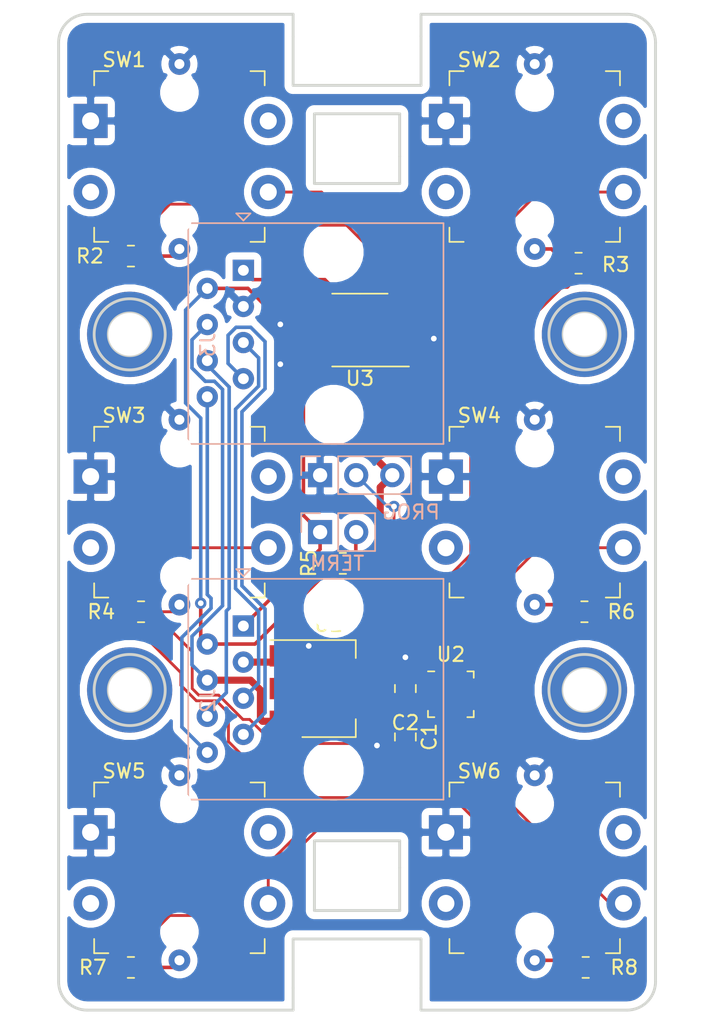
<source format=kicad_pcb>
(kicad_pcb (version 20171130) (host pcbnew 5.1.9+dfsg1-1)

  (general
    (thickness 1.6)
    (drawings 40)
    (tracks 222)
    (zones 0)
    (modules 26)
    (nets 49)
  )

  (page A4)
  (layers
    (0 F.Cu signal)
    (31 B.Cu signal)
    (32 B.Adhes user)
    (33 F.Adhes user)
    (34 B.Paste user)
    (35 F.Paste user)
    (36 B.SilkS user)
    (37 F.SilkS user)
    (38 B.Mask user)
    (39 F.Mask user)
    (40 Dwgs.User user)
    (41 Cmts.User user)
    (42 Eco1.User user)
    (43 Eco2.User user)
    (44 Edge.Cuts user)
    (45 Margin user)
    (46 B.CrtYd user)
    (47 F.CrtYd user)
    (48 B.Fab user)
    (49 F.Fab user)
  )

  (setup
    (last_trace_width 0.2)
    (user_trace_width 0.2)
    (user_trace_width 0.5)
    (trace_clearance 0.2)
    (zone_clearance 0.508)
    (zone_45_only no)
    (trace_min 0.2)
    (via_size 0.8)
    (via_drill 0.4)
    (via_min_size 0.4)
    (via_min_drill 0.3)
    (uvia_size 0.3)
    (uvia_drill 0.1)
    (uvias_allowed no)
    (uvia_min_size 0.2)
    (uvia_min_drill 0.1)
    (edge_width 0.05)
    (segment_width 0.2)
    (pcb_text_width 0.3)
    (pcb_text_size 1.5 1.5)
    (mod_edge_width 0.12)
    (mod_text_size 1 1)
    (mod_text_width 0.15)
    (pad_size 6 6)
    (pad_drill 3)
    (pad_to_mask_clearance 0)
    (aux_axis_origin 0 0)
    (visible_elements FFFFFF7F)
    (pcbplotparams
      (layerselection 0x010fc_ffffffff)
      (usegerberextensions false)
      (usegerberattributes true)
      (usegerberadvancedattributes true)
      (creategerberjobfile true)
      (excludeedgelayer true)
      (linewidth 0.100000)
      (plotframeref false)
      (viasonmask false)
      (mode 1)
      (useauxorigin false)
      (hpglpennumber 1)
      (hpglpenspeed 20)
      (hpglpendiameter 15.000000)
      (psnegative false)
      (psa4output false)
      (plotreference true)
      (plotvalue true)
      (plotinvisibletext false)
      (padsonsilk false)
      (subtractmaskfromsilk false)
      (outputformat 1)
      (mirror false)
      (drillshape 1)
      (scaleselection 1)
      (outputdirectory ""))
  )

  (net 0 "")
  (net 1 VDD)
  (net 2 GND)
  (net 3 /UPDI)
  (net 4 "Net-(J2-Pad8)")
  (net 5 "Net-(J2-Pad7)")
  (net 6 "Net-(J2-Pad6)")
  (net 7 "Net-(J2-Pad5)")
  (net 8 /VIN)
  (net 9 /CANL)
  (net 10 /CANH)
  (net 11 "Net-(JP1-Pad2)")
  (net 12 /LED1)
  (net 13 "Net-(R2-Pad2)")
  (net 14 "Net-(R3-Pad2)")
  (net 15 /LED2)
  (net 16 /LED3)
  (net 17 "Net-(R4-Pad2)")
  (net 18 /LED4)
  (net 19 "Net-(R6-Pad2)")
  (net 20 "Net-(R7-Pad2)")
  (net 21 /LED5)
  (net 22 /LED6)
  (net 23 "Net-(R8-Pad2)")
  (net 24 /SW1)
  (net 25 "Net-(SW1-Pad3)")
  (net 26 "Net-(SW1-Pad2)")
  (net 27 "Net-(SW2-Pad2)")
  (net 28 "Net-(SW2-Pad3)")
  (net 29 /SW2)
  (net 30 /SW3)
  (net 31 "Net-(SW3-Pad3)")
  (net 32 "Net-(SW3-Pad2)")
  (net 33 "Net-(SW4-Pad2)")
  (net 34 "Net-(SW4-Pad3)")
  (net 35 /SW4)
  (net 36 /SW5)
  (net 37 "Net-(SW5-Pad3)")
  (net 38 "Net-(SW5-Pad2)")
  (net 39 "Net-(SW6-Pad2)")
  (net 40 "Net-(SW6-Pad3)")
  (net 41 /SW6)
  (net 42 /CAN_TX)
  (net 43 /CAN_RX)
  (net 44 "Net-(U3-Pad5)")
  (net 45 "Net-(U3-Pad8)")
  (net 46 "Net-(U2-Pad1)")
  (net 47 "Net-(U2-Pad2)")
  (net 48 "Net-(U2-Pad20)")

  (net_class Default "This is the default net class."
    (clearance 0.2)
    (trace_width 0.25)
    (via_dia 0.8)
    (via_drill 0.4)
    (uvia_dia 0.3)
    (uvia_drill 0.1)
    (add_net /CANH)
    (add_net /CANL)
    (add_net /CAN_RX)
    (add_net /CAN_TX)
    (add_net /LED1)
    (add_net /LED2)
    (add_net /LED3)
    (add_net /LED4)
    (add_net /LED5)
    (add_net /LED6)
    (add_net /SW1)
    (add_net /SW2)
    (add_net /SW3)
    (add_net /SW4)
    (add_net /SW5)
    (add_net /SW6)
    (add_net /UPDI)
    (add_net /VIN)
    (add_net GND)
    (add_net "Net-(J2-Pad5)")
    (add_net "Net-(J2-Pad6)")
    (add_net "Net-(J2-Pad7)")
    (add_net "Net-(J2-Pad8)")
    (add_net "Net-(JP1-Pad2)")
    (add_net "Net-(R2-Pad2)")
    (add_net "Net-(R3-Pad2)")
    (add_net "Net-(R4-Pad2)")
    (add_net "Net-(R6-Pad2)")
    (add_net "Net-(R7-Pad2)")
    (add_net "Net-(R8-Pad2)")
    (add_net "Net-(SW1-Pad2)")
    (add_net "Net-(SW1-Pad3)")
    (add_net "Net-(SW2-Pad2)")
    (add_net "Net-(SW2-Pad3)")
    (add_net "Net-(SW3-Pad2)")
    (add_net "Net-(SW3-Pad3)")
    (add_net "Net-(SW4-Pad2)")
    (add_net "Net-(SW4-Pad3)")
    (add_net "Net-(SW5-Pad2)")
    (add_net "Net-(SW5-Pad3)")
    (add_net "Net-(SW6-Pad2)")
    (add_net "Net-(SW6-Pad3)")
    (add_net "Net-(U2-Pad1)")
    (add_net "Net-(U2-Pad2)")
    (add_net "Net-(U2-Pad20)")
    (add_net "Net-(U3-Pad5)")
    (add_net "Net-(U3-Pad8)")
    (add_net VDD)
  )

  (module "LightSwitch:12x12x7.3  LED Pushbutton" (layer F.Cu) (tedit 6128C0B6) (tstamp 61291C1F)
    (at 212.5 75)
    (path /613C559C)
    (fp_text reference SW2 (at -3.9 -6.8) (layer F.SilkS)
      (effects (font (size 1 1) (thickness 0.15)))
    )
    (fp_text value Pushbutton_LED (at 0 -0.5) (layer F.Fab)
      (effects (font (size 1 1) (thickness 0.15)))
    )
    (fp_line (start -6 -6) (end -5 -6) (layer F.SilkS) (width 0.12))
    (fp_line (start -6 -5) (end -6 -6) (layer F.SilkS) (width 0.12))
    (fp_line (start 6 6) (end 5 6) (layer F.SilkS) (width 0.12))
    (fp_line (start 6 5) (end 6 6) (layer F.SilkS) (width 0.12))
    (fp_line (start -6 6) (end -6 5) (layer F.SilkS) (width 0.12))
    (fp_line (start -5 6) (end -6 6) (layer F.SilkS) (width 0.12))
    (fp_line (start 6 -6) (end 5 -6) (layer F.SilkS) (width 0.12))
    (fp_line (start 6 -6) (end 6 -5) (layer F.SilkS) (width 0.12))
    (fp_line (start -5.85 -5.85) (end 5.85 -5.85) (layer F.Fab) (width 0.12))
    (fp_line (start 5.85 -5.85) (end 5.85 5.85) (layer F.Fab) (width 0.12))
    (fp_line (start 5.85 5.85) (end -5.85 5.85) (layer F.Fab) (width 0.12))
    (fp_line (start -5.85 5.85) (end -5.85 -5.85) (layer F.Fab) (width 0.12))
    (pad 1 thru_hole rect (at -6.25 -2.5) (size 2.4 2.4) (drill 1.2) (layers *.Cu *.Mask)
      (net 2 GND))
    (pad 2 thru_hole circle (at 6.25 -2.5) (size 2.4 2.4) (drill 1.2) (layers *.Cu *.Mask)
      (net 27 "Net-(SW2-Pad2)"))
    (pad 3 thru_hole circle (at -6.25 2.5) (size 2.4 2.4) (drill 1.2) (layers *.Cu *.Mask)
      (net 28 "Net-(SW2-Pad3)"))
    (pad 4 thru_hole circle (at 6.25 2.5) (size 2.4 2.4) (drill 1.2) (layers *.Cu *.Mask)
      (net 29 /SW2))
    (pad 5 thru_hole circle (at 0 -6.5) (size 1.524 1.524) (drill 0.7) (layers *.Cu *.Mask)
      (net 2 GND))
    (pad 6 thru_hole circle (at 0 6.5) (size 1.524 1.524) (drill 0.7) (layers *.Cu *.Mask)
      (net 14 "Net-(R3-Pad2)"))
    (pad "" np_thru_hole circle (at 0 -4.5) (size 1.7 1.7) (drill 1.7) (layers *.Cu *.Mask))
    (pad "" np_thru_hole circle (at 0 4.5) (size 1.7 1.7) (drill 1.7) (layers *.Cu *.Mask))
  )

  (module "LightSwitch:12x12x7.3  LED Pushbutton" (layer F.Cu) (tedit 6128C0B6) (tstamp 6129DF2B)
    (at 212.5 100)
    (path /613D8995)
    (fp_text reference SW4 (at -3.9 -6.8) (layer F.SilkS)
      (effects (font (size 1 1) (thickness 0.15)))
    )
    (fp_text value Pushbutton_LED (at 0 -0.5) (layer F.Fab)
      (effects (font (size 1 1) (thickness 0.15)))
    )
    (fp_line (start -6 -6) (end -5 -6) (layer F.SilkS) (width 0.12))
    (fp_line (start -6 -5) (end -6 -6) (layer F.SilkS) (width 0.12))
    (fp_line (start 6 6) (end 5 6) (layer F.SilkS) (width 0.12))
    (fp_line (start 6 5) (end 6 6) (layer F.SilkS) (width 0.12))
    (fp_line (start -6 6) (end -6 5) (layer F.SilkS) (width 0.12))
    (fp_line (start -5 6) (end -6 6) (layer F.SilkS) (width 0.12))
    (fp_line (start 6 -6) (end 5 -6) (layer F.SilkS) (width 0.12))
    (fp_line (start 6 -6) (end 6 -5) (layer F.SilkS) (width 0.12))
    (fp_line (start -5.85 -5.85) (end 5.85 -5.85) (layer F.Fab) (width 0.12))
    (fp_line (start 5.85 -5.85) (end 5.85 5.85) (layer F.Fab) (width 0.12))
    (fp_line (start 5.85 5.85) (end -5.85 5.85) (layer F.Fab) (width 0.12))
    (fp_line (start -5.85 5.85) (end -5.85 -5.85) (layer F.Fab) (width 0.12))
    (pad 1 thru_hole rect (at -6.25 -2.5) (size 2.4 2.4) (drill 1.2) (layers *.Cu *.Mask)
      (net 2 GND))
    (pad 2 thru_hole circle (at 6.25 -2.5) (size 2.4 2.4) (drill 1.2) (layers *.Cu *.Mask)
      (net 33 "Net-(SW4-Pad2)"))
    (pad 3 thru_hole circle (at -6.25 2.5) (size 2.4 2.4) (drill 1.2) (layers *.Cu *.Mask)
      (net 34 "Net-(SW4-Pad3)"))
    (pad 4 thru_hole circle (at 6.25 2.5) (size 2.4 2.4) (drill 1.2) (layers *.Cu *.Mask)
      (net 35 /SW4))
    (pad 5 thru_hole circle (at 0 -6.5) (size 1.524 1.524) (drill 0.7) (layers *.Cu *.Mask)
      (net 2 GND))
    (pad 6 thru_hole circle (at 0 6.5) (size 1.524 1.524) (drill 0.7) (layers *.Cu *.Mask)
      (net 19 "Net-(R6-Pad2)"))
    (pad "" np_thru_hole circle (at 0 -4.5) (size 1.7 1.7) (drill 1.7) (layers *.Cu *.Mask))
    (pad "" np_thru_hole circle (at 0 4.5) (size 1.7 1.7) (drill 1.7) (layers *.Cu *.Mask))
  )

  (module MountingHole:MountingHole_3mm_Pad (layer F.Cu) (tedit 6129C628) (tstamp 6129B8B7)
    (at 184 112.5)
    (descr "Mounting Hole 3mm")
    (tags "mounting hole 3mm")
    (attr virtual)
    (fp_text reference REF** (at 0 -4) (layer F.SilkS) hide
      (effects (font (size 1 1) (thickness 0.15)))
    )
    (fp_text value MountingHole_3mm_Pad (at 0 4) (layer F.Fab)
      (effects (font (size 1 1) (thickness 0.15)))
    )
    (fp_circle (center 0 0) (end 3.25 0) (layer F.CrtYd) (width 0.05))
    (fp_circle (center 0 0) (end 3 0) (layer Cmts.User) (width 0.15))
    (fp_text user %R (at 0.3 0) (layer F.Fab)
      (effects (font (size 1 1) (thickness 0.15)))
    )
    (pad "" thru_hole circle (at 0 0) (size 6 6) (drill 3) (layers *.Cu *.Mask))
  )

  (module MountingHole:MountingHole_3mm_Pad (layer F.Cu) (tedit 6129C62F) (tstamp 6129B8A9)
    (at 216 112.5)
    (descr "Mounting Hole 3mm")
    (tags "mounting hole 3mm")
    (attr virtual)
    (fp_text reference REF** (at 0 -4) (layer F.SilkS) hide
      (effects (font (size 1 1) (thickness 0.15)))
    )
    (fp_text value MountingHole_3mm_Pad (at 0 4) (layer F.Fab)
      (effects (font (size 1 1) (thickness 0.15)))
    )
    (fp_text user %R (at 0.3 0) (layer F.Fab)
      (effects (font (size 1 1) (thickness 0.15)))
    )
    (fp_circle (center 0 0) (end 3 0) (layer Cmts.User) (width 0.15))
    (fp_circle (center 0 0) (end 3.25 0) (layer F.CrtYd) (width 0.05))
    (pad "" thru_hole circle (at 0 0) (size 6 6) (drill 3) (layers *.Cu *.Mask))
  )

  (module MountingHole:MountingHole_3mm_Pad (layer F.Cu) (tedit 6129C622) (tstamp 6129B89B)
    (at 216 87.5)
    (descr "Mounting Hole 3mm")
    (tags "mounting hole 3mm")
    (attr virtual)
    (fp_text reference REF** (at 0 -4) (layer F.SilkS) hide
      (effects (font (size 1 1) (thickness 0.15)))
    )
    (fp_text value MountingHole_3mm_Pad (at 0 4) (layer F.Fab)
      (effects (font (size 1 1) (thickness 0.15)))
    )
    (fp_circle (center 0 0) (end 3.25 0) (layer F.CrtYd) (width 0.05))
    (fp_circle (center 0 0) (end 3 0) (layer Cmts.User) (width 0.15))
    (fp_text user %R (at 0.3 0) (layer F.Fab)
      (effects (font (size 1 1) (thickness 0.15)))
    )
    (pad "" thru_hole circle (at 0 0) (size 6 6) (drill 3) (layers *.Cu *.Mask))
  )

  (module MountingHole:MountingHole_3mm_Pad (layer F.Cu) (tedit 6129C61B) (tstamp 6129B87D)
    (at 184 87.5)
    (descr "Mounting Hole 3mm")
    (tags "mounting hole 3mm")
    (attr virtual)
    (fp_text reference REF** (at 0 -4) (layer F.SilkS) hide
      (effects (font (size 1 1) (thickness 0.15)))
    )
    (fp_text value MountingHole_3mm_Pad (at 0 4) (layer F.Fab)
      (effects (font (size 1 1) (thickness 0.15)))
    )
    (fp_text user %R (at 0.3 0) (layer F.Fab)
      (effects (font (size 1 1) (thickness 0.15)))
    )
    (fp_circle (center 0 0) (end 3 0) (layer Cmts.User) (width 0.15))
    (fp_circle (center 0 0) (end 3.25 0) (layer F.CrtYd) (width 0.05))
    (pad "" thru_hole circle (at 0 0) (size 6 6) (drill 3) (layers *.Cu *.Mask))
  )

  (module Connector_RJ:RJ45_Amphenol_54602-x08_Horizontal (layer B.Cu) (tedit 5B103613) (tstamp 6129151D)
    (at 192 108 270)
    (descr "8 Pol Shallow Latch Connector, Modjack, RJ45 (https://cdn.amphenol-icc.com/media/wysiwyg/files/drawing/c-bmj-0102.pdf)")
    (tags RJ45)
    (path /612AED69)
    (fp_text reference J2 (at 5.25 2.5 90) (layer B.SilkS)
      (effects (font (size 1 1) (thickness 0.15)) (justify mirror))
    )
    (fp_text value RJ45 (at 5.25 -3.4 90) (layer B.Fab)
      (effects (font (size 1 1) (thickness 0.15)) (justify mirror))
    )
    (fp_text user %R (at 5.25 -1.5 90) (layer B.Fab)
      (effects (font (size 1 1) (thickness 0.15)) (justify mirror))
    )
    (fp_line (start -4 -0.5) (end -3.5 0) (layer B.SilkS) (width 0.12))
    (fp_line (start -4 0.5) (end -4 -0.5) (layer B.SilkS) (width 0.12))
    (fp_line (start -3.5 0) (end -4 0.5) (layer B.SilkS) (width 0.12))
    (fp_line (start -3.205 -13.97) (end -3.205 2.77) (layer B.Fab) (width 0.12))
    (fp_line (start 12.095 -13.97) (end -3.205 -13.97) (layer B.Fab) (width 0.12))
    (fp_line (start 12.095 3.77) (end 12.095 -13.97) (layer B.Fab) (width 0.12))
    (fp_line (start -2.205 3.77) (end 12.095 3.77) (layer B.Fab) (width 0.12))
    (fp_line (start -3.205 2.77) (end -2.205 3.77) (layer B.Fab) (width 0.12))
    (fp_line (start -3.315 -14.08) (end 12.205 -14.08) (layer B.SilkS) (width 0.12))
    (fp_line (start 12.205 3.88) (end 12.205 -14.08) (layer B.SilkS) (width 0.12))
    (fp_line (start 12.205 3.88) (end -3.315 3.88) (layer B.SilkS) (width 0.12))
    (fp_line (start -3.315 3.88) (end -3.315 -14.08) (layer B.SilkS) (width 0.12))
    (fp_line (start -3.71 4.27) (end 12.6 4.27) (layer B.CrtYd) (width 0.05))
    (fp_line (start -3.71 4.27) (end -3.71 -14.47) (layer B.CrtYd) (width 0.05))
    (fp_line (start 12.6 -14.47) (end 12.6 4.27) (layer B.CrtYd) (width 0.05))
    (fp_line (start 12.6 -14.47) (end -3.71 -14.47) (layer B.CrtYd) (width 0.05))
    (pad 8 thru_hole circle (at 8.89 2.54 270) (size 1.5 1.5) (drill 0.76) (layers *.Cu *.Mask)
      (net 4 "Net-(J2-Pad8)"))
    (pad 7 thru_hole circle (at 7.62 0 270) (size 1.5 1.5) (drill 0.76) (layers *.Cu *.Mask)
      (net 5 "Net-(J2-Pad7)"))
    (pad 6 thru_hole circle (at 6.35 2.54 270) (size 1.5 1.5) (drill 0.76) (layers *.Cu *.Mask)
      (net 6 "Net-(J2-Pad6)"))
    (pad 5 thru_hole circle (at 5.08 0 270) (size 1.5 1.5) (drill 0.76) (layers *.Cu *.Mask)
      (net 7 "Net-(J2-Pad5)"))
    (pad 4 thru_hole circle (at 3.81 2.54 270) (size 1.5 1.5) (drill 0.76) (layers *.Cu *.Mask)
      (net 8 /VIN))
    (pad 3 thru_hole circle (at 2.54 0 270) (size 1.5 1.5) (drill 0.76) (layers *.Cu *.Mask)
      (net 2 GND))
    (pad 2 thru_hole circle (at 1.27 2.54 270) (size 1.5 1.5) (drill 0.76) (layers *.Cu *.Mask)
      (net 9 /CANL))
    (pad 1 thru_hole rect (at 0 0 270) (size 1.5 1.5) (drill 0.76) (layers *.Cu *.Mask)
      (net 10 /CANH))
    (pad "" np_thru_hole circle (at -1.27 -6.35 270) (size 3.2 3.2) (drill 3.2) (layers *.Cu *.Mask))
    (pad "" np_thru_hole circle (at 10.16 -6.35 270) (size 3.2 3.2) (drill 3.2) (layers *.Cu *.Mask))
    (model ${KISYS3DMOD}/Connector_RJ.3dshapes/RJ45_Amphenol_54602-x08_Horizontal.wrl
      (at (xyz 0 0 0))
      (scale (xyz 1 1 1))
      (rotate (xyz 0 0 0))
    )
  )

  (module Connector_RJ:RJ45_Amphenol_54602-x08_Horizontal (layer B.Cu) (tedit 5B103613) (tstamp 61293D7D)
    (at 192 83 270)
    (descr "8 Pol Shallow Latch Connector, Modjack, RJ45 (https://cdn.amphenol-icc.com/media/wysiwyg/files/drawing/c-bmj-0102.pdf)")
    (tags RJ45)
    (path /612D52EF)
    (fp_text reference J3 (at 5.25 2.5 90) (layer B.SilkS)
      (effects (font (size 1 1) (thickness 0.15)) (justify mirror))
    )
    (fp_text value RJ45 (at 5.25 -3.4 90) (layer B.Fab)
      (effects (font (size 1 1) (thickness 0.15)) (justify mirror))
    )
    (fp_text user %R (at 5.25 -1.5 90) (layer B.Fab)
      (effects (font (size 1 1) (thickness 0.15)) (justify mirror))
    )
    (fp_line (start -4 -0.5) (end -3.5 0) (layer B.SilkS) (width 0.12))
    (fp_line (start -4 0.5) (end -4 -0.5) (layer B.SilkS) (width 0.12))
    (fp_line (start -3.5 0) (end -4 0.5) (layer B.SilkS) (width 0.12))
    (fp_line (start -3.205 -13.97) (end -3.205 2.77) (layer B.Fab) (width 0.12))
    (fp_line (start 12.095 -13.97) (end -3.205 -13.97) (layer B.Fab) (width 0.12))
    (fp_line (start 12.095 3.77) (end 12.095 -13.97) (layer B.Fab) (width 0.12))
    (fp_line (start -2.205 3.77) (end 12.095 3.77) (layer B.Fab) (width 0.12))
    (fp_line (start -3.205 2.77) (end -2.205 3.77) (layer B.Fab) (width 0.12))
    (fp_line (start -3.315 -14.08) (end 12.205 -14.08) (layer B.SilkS) (width 0.12))
    (fp_line (start 12.205 3.88) (end 12.205 -14.08) (layer B.SilkS) (width 0.12))
    (fp_line (start 12.205 3.88) (end -3.315 3.88) (layer B.SilkS) (width 0.12))
    (fp_line (start -3.315 3.88) (end -3.315 -14.08) (layer B.SilkS) (width 0.12))
    (fp_line (start -3.71 4.27) (end 12.6 4.27) (layer B.CrtYd) (width 0.05))
    (fp_line (start -3.71 4.27) (end -3.71 -14.47) (layer B.CrtYd) (width 0.05))
    (fp_line (start 12.6 -14.47) (end 12.6 4.27) (layer B.CrtYd) (width 0.05))
    (fp_line (start 12.6 -14.47) (end -3.71 -14.47) (layer B.CrtYd) (width 0.05))
    (pad 8 thru_hole circle (at 8.89 2.54 270) (size 1.5 1.5) (drill 0.76) (layers *.Cu *.Mask)
      (net 4 "Net-(J2-Pad8)"))
    (pad 7 thru_hole circle (at 7.62 0 270) (size 1.5 1.5) (drill 0.76) (layers *.Cu *.Mask)
      (net 5 "Net-(J2-Pad7)"))
    (pad 6 thru_hole circle (at 6.35 2.54 270) (size 1.5 1.5) (drill 0.76) (layers *.Cu *.Mask)
      (net 6 "Net-(J2-Pad6)"))
    (pad 5 thru_hole circle (at 5.08 0 270) (size 1.5 1.5) (drill 0.76) (layers *.Cu *.Mask)
      (net 7 "Net-(J2-Pad5)"))
    (pad 4 thru_hole circle (at 3.81 2.54 270) (size 1.5 1.5) (drill 0.76) (layers *.Cu *.Mask)
      (net 8 /VIN))
    (pad 3 thru_hole circle (at 2.54 0 270) (size 1.5 1.5) (drill 0.76) (layers *.Cu *.Mask)
      (net 2 GND))
    (pad 2 thru_hole circle (at 1.27 2.54 270) (size 1.5 1.5) (drill 0.76) (layers *.Cu *.Mask)
      (net 9 /CANL))
    (pad 1 thru_hole rect (at 0 0 270) (size 1.5 1.5) (drill 0.76) (layers *.Cu *.Mask)
      (net 10 /CANH))
    (pad "" np_thru_hole circle (at -1.27 -6.35 270) (size 3.2 3.2) (drill 3.2) (layers *.Cu *.Mask))
    (pad "" np_thru_hole circle (at 10.16 -6.35 270) (size 3.2 3.2) (drill 3.2) (layers *.Cu *.Mask))
    (model ${KISYS3DMOD}/Connector_RJ.3dshapes/RJ45_Amphenol_54602-x08_Horizontal.wrl
      (at (xyz 0 0 0))
      (scale (xyz 1 1 1))
      (rotate (xyz 0 0 0))
    )
  )

  (module Capacitor_SMD:C_0805_2012Metric (layer F.Cu) (tedit 5F68FEEE) (tstamp 6129DA3C)
    (at 203.4 115.8 270)
    (descr "Capacitor SMD 0805 (2012 Metric), square (rectangular) end terminal, IPC_7351 nominal, (Body size source: IPC-SM-782 page 76, https://www.pcb-3d.com/wordpress/wp-content/uploads/ipc-sm-782a_amendment_1_and_2.pdf, https://docs.google.com/spreadsheets/d/1BsfQQcO9C6DZCsRaXUlFlo91Tg2WpOkGARC1WS5S8t0/edit?usp=sharing), generated with kicad-footprint-generator")
    (tags capacitor)
    (path /612BADB4)
    (attr smd)
    (fp_text reference C1 (at 0 -1.68 90) (layer F.SilkS)
      (effects (font (size 1 1) (thickness 0.15)))
    )
    (fp_text value 0.1u (at 0 1.68 90) (layer F.Fab)
      (effects (font (size 1 1) (thickness 0.15)))
    )
    (fp_line (start 1.7 0.98) (end -1.7 0.98) (layer F.CrtYd) (width 0.05))
    (fp_line (start 1.7 -0.98) (end 1.7 0.98) (layer F.CrtYd) (width 0.05))
    (fp_line (start -1.7 -0.98) (end 1.7 -0.98) (layer F.CrtYd) (width 0.05))
    (fp_line (start -1.7 0.98) (end -1.7 -0.98) (layer F.CrtYd) (width 0.05))
    (fp_line (start -0.261252 0.735) (end 0.261252 0.735) (layer F.SilkS) (width 0.12))
    (fp_line (start -0.261252 -0.735) (end 0.261252 -0.735) (layer F.SilkS) (width 0.12))
    (fp_line (start 1 0.625) (end -1 0.625) (layer F.Fab) (width 0.1))
    (fp_line (start 1 -0.625) (end 1 0.625) (layer F.Fab) (width 0.1))
    (fp_line (start -1 -0.625) (end 1 -0.625) (layer F.Fab) (width 0.1))
    (fp_line (start -1 0.625) (end -1 -0.625) (layer F.Fab) (width 0.1))
    (fp_text user %R (at 0 0 90) (layer F.Fab)
      (effects (font (size 0.5 0.5) (thickness 0.08)))
    )
    (pad 1 smd roundrect (at -0.95 0 270) (size 1 1.45) (layers F.Cu F.Paste F.Mask) (roundrect_rratio 0.25)
      (net 1 VDD))
    (pad 2 smd roundrect (at 0.95 0 270) (size 1 1.45) (layers F.Cu F.Paste F.Mask) (roundrect_rratio 0.25)
      (net 2 GND))
    (model ${KISYS3DMOD}/Capacitor_SMD.3dshapes/C_0805_2012Metric.wrl
      (at (xyz 0 0 0))
      (scale (xyz 1 1 1))
      (rotate (xyz 0 0 0))
    )
  )

  (module Capacitor_SMD:C_0805_2012Metric (layer F.Cu) (tedit 5F68FEEE) (tstamp 61293E43)
    (at 203.4 112.4 90)
    (descr "Capacitor SMD 0805 (2012 Metric), square (rectangular) end terminal, IPC_7351 nominal, (Body size source: IPC-SM-782 page 76, https://www.pcb-3d.com/wordpress/wp-content/uploads/ipc-sm-782a_amendment_1_and_2.pdf, https://docs.google.com/spreadsheets/d/1BsfQQcO9C6DZCsRaXUlFlo91Tg2WpOkGARC1WS5S8t0/edit?usp=sharing), generated with kicad-footprint-generator")
    (tags capacitor)
    (path /612A6E7A)
    (attr smd)
    (fp_text reference C2 (at -2.4 0 180) (layer F.SilkS)
      (effects (font (size 1 1) (thickness 0.15)))
    )
    (fp_text value 10u (at 0 1.68 90) (layer F.Fab)
      (effects (font (size 1 1) (thickness 0.15)))
    )
    (fp_text user %R (at 0 0 90) (layer F.Fab)
      (effects (font (size 0.5 0.5) (thickness 0.08)))
    )
    (fp_line (start -1 0.625) (end -1 -0.625) (layer F.Fab) (width 0.1))
    (fp_line (start -1 -0.625) (end 1 -0.625) (layer F.Fab) (width 0.1))
    (fp_line (start 1 -0.625) (end 1 0.625) (layer F.Fab) (width 0.1))
    (fp_line (start 1 0.625) (end -1 0.625) (layer F.Fab) (width 0.1))
    (fp_line (start -0.261252 -0.735) (end 0.261252 -0.735) (layer F.SilkS) (width 0.12))
    (fp_line (start -0.261252 0.735) (end 0.261252 0.735) (layer F.SilkS) (width 0.12))
    (fp_line (start -1.7 0.98) (end -1.7 -0.98) (layer F.CrtYd) (width 0.05))
    (fp_line (start -1.7 -0.98) (end 1.7 -0.98) (layer F.CrtYd) (width 0.05))
    (fp_line (start 1.7 -0.98) (end 1.7 0.98) (layer F.CrtYd) (width 0.05))
    (fp_line (start 1.7 0.98) (end -1.7 0.98) (layer F.CrtYd) (width 0.05))
    (pad 2 smd roundrect (at 0.95 0 90) (size 1 1.45) (layers F.Cu F.Paste F.Mask) (roundrect_rratio 0.25)
      (net 2 GND))
    (pad 1 smd roundrect (at -0.95 0 90) (size 1 1.45) (layers F.Cu F.Paste F.Mask) (roundrect_rratio 0.25)
      (net 1 VDD))
    (model ${KISYS3DMOD}/Capacitor_SMD.3dshapes/C_0805_2012Metric.wrl
      (at (xyz 0 0 0))
      (scale (xyz 1 1 1))
      (rotate (xyz 0 0 0))
    )
  )

  (module Connector_PinHeader_2.54mm:PinHeader_1x02_P2.54mm_Vertical (layer B.Cu) (tedit 59FED5CC) (tstamp 6129C370)
    (at 197.4 101.4 270)
    (descr "Through hole straight pin header, 1x02, 2.54mm pitch, single row")
    (tags "Through hole pin header THT 1x02 2.54mm single row")
    (path /6132A6A7)
    (fp_text reference TERM (at 2.2 -1.2 180) (layer B.SilkS)
      (effects (font (size 1 1) (thickness 0.15)) (justify mirror))
    )
    (fp_text value Jumper (at 0 -4.87 90) (layer B.Fab)
      (effects (font (size 1 1) (thickness 0.15)) (justify mirror))
    )
    (fp_line (start 1.8 1.8) (end -1.8 1.8) (layer B.CrtYd) (width 0.05))
    (fp_line (start 1.8 -4.35) (end 1.8 1.8) (layer B.CrtYd) (width 0.05))
    (fp_line (start -1.8 -4.35) (end 1.8 -4.35) (layer B.CrtYd) (width 0.05))
    (fp_line (start -1.8 1.8) (end -1.8 -4.35) (layer B.CrtYd) (width 0.05))
    (fp_line (start -1.33 1.33) (end 0 1.33) (layer B.SilkS) (width 0.12))
    (fp_line (start -1.33 0) (end -1.33 1.33) (layer B.SilkS) (width 0.12))
    (fp_line (start -1.33 -1.27) (end 1.33 -1.27) (layer B.SilkS) (width 0.12))
    (fp_line (start 1.33 -1.27) (end 1.33 -3.87) (layer B.SilkS) (width 0.12))
    (fp_line (start -1.33 -1.27) (end -1.33 -3.87) (layer B.SilkS) (width 0.12))
    (fp_line (start -1.33 -3.87) (end 1.33 -3.87) (layer B.SilkS) (width 0.12))
    (fp_line (start -1.27 0.635) (end -0.635 1.27) (layer B.Fab) (width 0.1))
    (fp_line (start -1.27 -3.81) (end -1.27 0.635) (layer B.Fab) (width 0.1))
    (fp_line (start 1.27 -3.81) (end -1.27 -3.81) (layer B.Fab) (width 0.1))
    (fp_line (start 1.27 1.27) (end 1.27 -3.81) (layer B.Fab) (width 0.1))
    (fp_line (start -0.635 1.27) (end 1.27 1.27) (layer B.Fab) (width 0.1))
    (fp_text user %R (at 0 -1.27 180) (layer B.Fab)
      (effects (font (size 1 1) (thickness 0.15)) (justify mirror))
    )
    (pad 1 thru_hole rect (at 0 0 270) (size 1.7 1.7) (drill 1) (layers *.Cu *.Mask)
      (net 10 /CANH))
    (pad 2 thru_hole oval (at 0 -2.54 270) (size 1.7 1.7) (drill 1) (layers *.Cu *.Mask)
      (net 11 "Net-(JP1-Pad2)"))
    (model ${KISYS3DMOD}/Connector_PinHeader_2.54mm.3dshapes/PinHeader_1x02_P2.54mm_Vertical.wrl
      (at (xyz 0 0 0))
      (scale (xyz 1 1 1))
      (rotate (xyz 0 0 0))
    )
  )

  (module Resistor_SMD:R_0805_2012Metric (layer F.Cu) (tedit 5F68FEEE) (tstamp 612940A3)
    (at 184.0875 82)
    (descr "Resistor SMD 0805 (2012 Metric), square (rectangular) end terminal, IPC_7351 nominal, (Body size source: IPC-SM-782 page 72, https://www.pcb-3d.com/wordpress/wp-content/uploads/ipc-sm-782a_amendment_1_and_2.pdf), generated with kicad-footprint-generator")
    (tags resistor)
    (path /61298FB1)
    (attr smd)
    (fp_text reference R2 (at -2.8875 0) (layer F.SilkS)
      (effects (font (size 1 1) (thickness 0.15)))
    )
    (fp_text value 220 (at 0 1.65) (layer F.Fab)
      (effects (font (size 1 1) (thickness 0.15)))
    )
    (fp_line (start 1.68 0.95) (end -1.68 0.95) (layer F.CrtYd) (width 0.05))
    (fp_line (start 1.68 -0.95) (end 1.68 0.95) (layer F.CrtYd) (width 0.05))
    (fp_line (start -1.68 -0.95) (end 1.68 -0.95) (layer F.CrtYd) (width 0.05))
    (fp_line (start -1.68 0.95) (end -1.68 -0.95) (layer F.CrtYd) (width 0.05))
    (fp_line (start -0.227064 0.735) (end 0.227064 0.735) (layer F.SilkS) (width 0.12))
    (fp_line (start -0.227064 -0.735) (end 0.227064 -0.735) (layer F.SilkS) (width 0.12))
    (fp_line (start 1 0.625) (end -1 0.625) (layer F.Fab) (width 0.1))
    (fp_line (start 1 -0.625) (end 1 0.625) (layer F.Fab) (width 0.1))
    (fp_line (start -1 -0.625) (end 1 -0.625) (layer F.Fab) (width 0.1))
    (fp_line (start -1 0.625) (end -1 -0.625) (layer F.Fab) (width 0.1))
    (fp_text user %R (at 0 0) (layer F.Fab)
      (effects (font (size 0.5 0.5) (thickness 0.08)))
    )
    (pad 1 smd roundrect (at -0.9125 0) (size 1.025 1.4) (layers F.Cu F.Paste F.Mask) (roundrect_rratio 0.243902)
      (net 12 /LED1))
    (pad 2 smd roundrect (at 0.9125 0) (size 1.025 1.4) (layers F.Cu F.Paste F.Mask) (roundrect_rratio 0.243902)
      (net 13 "Net-(R2-Pad2)"))
    (model ${KISYS3DMOD}/Resistor_SMD.3dshapes/R_0805_2012Metric.wrl
      (at (xyz 0 0 0))
      (scale (xyz 1 1 1))
      (rotate (xyz 0 0 0))
    )
  )

  (module Resistor_SMD:R_0805_2012Metric (layer F.Cu) (tedit 5F68FEEE) (tstamp 6129C04F)
    (at 215.5875 82.5 180)
    (descr "Resistor SMD 0805 (2012 Metric), square (rectangular) end terminal, IPC_7351 nominal, (Body size source: IPC-SM-782 page 72, https://www.pcb-3d.com/wordpress/wp-content/uploads/ipc-sm-782a_amendment_1_and_2.pdf), generated with kicad-footprint-generator")
    (tags resistor)
    (path /613C57F3)
    (attr smd)
    (fp_text reference R3 (at -2.6125 -0.1) (layer F.SilkS)
      (effects (font (size 1 1) (thickness 0.15)))
    )
    (fp_text value 220 (at 0 1.65) (layer F.Fab)
      (effects (font (size 1 1) (thickness 0.15)))
    )
    (fp_text user %R (at 0 0) (layer F.Fab)
      (effects (font (size 0.5 0.5) (thickness 0.08)))
    )
    (fp_line (start -1 0.625) (end -1 -0.625) (layer F.Fab) (width 0.1))
    (fp_line (start -1 -0.625) (end 1 -0.625) (layer F.Fab) (width 0.1))
    (fp_line (start 1 -0.625) (end 1 0.625) (layer F.Fab) (width 0.1))
    (fp_line (start 1 0.625) (end -1 0.625) (layer F.Fab) (width 0.1))
    (fp_line (start -0.227064 -0.735) (end 0.227064 -0.735) (layer F.SilkS) (width 0.12))
    (fp_line (start -0.227064 0.735) (end 0.227064 0.735) (layer F.SilkS) (width 0.12))
    (fp_line (start -1.68 0.95) (end -1.68 -0.95) (layer F.CrtYd) (width 0.05))
    (fp_line (start -1.68 -0.95) (end 1.68 -0.95) (layer F.CrtYd) (width 0.05))
    (fp_line (start 1.68 -0.95) (end 1.68 0.95) (layer F.CrtYd) (width 0.05))
    (fp_line (start 1.68 0.95) (end -1.68 0.95) (layer F.CrtYd) (width 0.05))
    (pad 2 smd roundrect (at 0.9125 0 180) (size 1.025 1.4) (layers F.Cu F.Paste F.Mask) (roundrect_rratio 0.243902)
      (net 14 "Net-(R3-Pad2)"))
    (pad 1 smd roundrect (at -0.9125 0 180) (size 1.025 1.4) (layers F.Cu F.Paste F.Mask) (roundrect_rratio 0.243902)
      (net 15 /LED2))
    (model ${KISYS3DMOD}/Resistor_SMD.3dshapes/R_0805_2012Metric.wrl
      (at (xyz 0 0 0))
      (scale (xyz 1 1 1))
      (rotate (xyz 0 0 0))
    )
  )

  (module Resistor_SMD:R_0805_2012Metric (layer F.Cu) (tedit 5F68FEEE) (tstamp 612915A0)
    (at 184.8 107)
    (descr "Resistor SMD 0805 (2012 Metric), square (rectangular) end terminal, IPC_7351 nominal, (Body size source: IPC-SM-782 page 72, https://www.pcb-3d.com/wordpress/wp-content/uploads/ipc-sm-782a_amendment_1_and_2.pdf), generated with kicad-footprint-generator")
    (tags resistor)
    (path /613D067A)
    (attr smd)
    (fp_text reference R4 (at -2.8 0) (layer F.SilkS)
      (effects (font (size 1 1) (thickness 0.15)))
    )
    (fp_text value 220 (at 0 1.65) (layer F.Fab)
      (effects (font (size 1 1) (thickness 0.15)))
    )
    (fp_line (start 1.68 0.95) (end -1.68 0.95) (layer F.CrtYd) (width 0.05))
    (fp_line (start 1.68 -0.95) (end 1.68 0.95) (layer F.CrtYd) (width 0.05))
    (fp_line (start -1.68 -0.95) (end 1.68 -0.95) (layer F.CrtYd) (width 0.05))
    (fp_line (start -1.68 0.95) (end -1.68 -0.95) (layer F.CrtYd) (width 0.05))
    (fp_line (start -0.227064 0.735) (end 0.227064 0.735) (layer F.SilkS) (width 0.12))
    (fp_line (start -0.227064 -0.735) (end 0.227064 -0.735) (layer F.SilkS) (width 0.12))
    (fp_line (start 1 0.625) (end -1 0.625) (layer F.Fab) (width 0.1))
    (fp_line (start 1 -0.625) (end 1 0.625) (layer F.Fab) (width 0.1))
    (fp_line (start -1 -0.625) (end 1 -0.625) (layer F.Fab) (width 0.1))
    (fp_line (start -1 0.625) (end -1 -0.625) (layer F.Fab) (width 0.1))
    (fp_text user %R (at 0 0) (layer F.Fab)
      (effects (font (size 0.5 0.5) (thickness 0.08)))
    )
    (pad 1 smd roundrect (at -0.9125 0) (size 1.025 1.4) (layers F.Cu F.Paste F.Mask) (roundrect_rratio 0.243902)
      (net 16 /LED3))
    (pad 2 smd roundrect (at 0.9125 0) (size 1.025 1.4) (layers F.Cu F.Paste F.Mask) (roundrect_rratio 0.243902)
      (net 17 "Net-(R4-Pad2)"))
    (model ${KISYS3DMOD}/Resistor_SMD.3dshapes/R_0805_2012Metric.wrl
      (at (xyz 0 0 0))
      (scale (xyz 1 1 1))
      (rotate (xyz 0 0 0))
    )
  )

  (module Resistor_SMD:R_0805_2012Metric (layer F.Cu) (tedit 5F68FEEE) (tstamp 612915B1)
    (at 199 103.6 180)
    (descr "Resistor SMD 0805 (2012 Metric), square (rectangular) end terminal, IPC_7351 nominal, (Body size source: IPC-SM-782 page 72, https://www.pcb-3d.com/wordpress/wp-content/uploads/ipc-sm-782a_amendment_1_and_2.pdf), generated with kicad-footprint-generator")
    (tags resistor)
    (path /613297F4)
    (attr smd)
    (fp_text reference R5 (at 2.4 0 90) (layer F.SilkS)
      (effects (font (size 1 1) (thickness 0.15)))
    )
    (fp_text value 120 (at 0 1.65) (layer F.Fab)
      (effects (font (size 1 1) (thickness 0.15)))
    )
    (fp_text user %R (at 0 0) (layer F.Fab)
      (effects (font (size 0.5 0.5) (thickness 0.08)))
    )
    (fp_line (start -1 0.625) (end -1 -0.625) (layer F.Fab) (width 0.1))
    (fp_line (start -1 -0.625) (end 1 -0.625) (layer F.Fab) (width 0.1))
    (fp_line (start 1 -0.625) (end 1 0.625) (layer F.Fab) (width 0.1))
    (fp_line (start 1 0.625) (end -1 0.625) (layer F.Fab) (width 0.1))
    (fp_line (start -0.227064 -0.735) (end 0.227064 -0.735) (layer F.SilkS) (width 0.12))
    (fp_line (start -0.227064 0.735) (end 0.227064 0.735) (layer F.SilkS) (width 0.12))
    (fp_line (start -1.68 0.95) (end -1.68 -0.95) (layer F.CrtYd) (width 0.05))
    (fp_line (start -1.68 -0.95) (end 1.68 -0.95) (layer F.CrtYd) (width 0.05))
    (fp_line (start 1.68 -0.95) (end 1.68 0.95) (layer F.CrtYd) (width 0.05))
    (fp_line (start 1.68 0.95) (end -1.68 0.95) (layer F.CrtYd) (width 0.05))
    (pad 2 smd roundrect (at 0.9125 0 180) (size 1.025 1.4) (layers F.Cu F.Paste F.Mask) (roundrect_rratio 0.243902)
      (net 9 /CANL))
    (pad 1 smd roundrect (at -0.9125 0 180) (size 1.025 1.4) (layers F.Cu F.Paste F.Mask) (roundrect_rratio 0.243902)
      (net 11 "Net-(JP1-Pad2)"))
    (model ${KISYS3DMOD}/Resistor_SMD.3dshapes/R_0805_2012Metric.wrl
      (at (xyz 0 0 0))
      (scale (xyz 1 1 1))
      (rotate (xyz 0 0 0))
    )
  )

  (module Resistor_SMD:R_0805_2012Metric (layer F.Cu) (tedit 5F68FEEE) (tstamp 612915C2)
    (at 216 107 180)
    (descr "Resistor SMD 0805 (2012 Metric), square (rectangular) end terminal, IPC_7351 nominal, (Body size source: IPC-SM-782 page 72, https://www.pcb-3d.com/wordpress/wp-content/uploads/ipc-sm-782a_amendment_1_and_2.pdf), generated with kicad-footprint-generator")
    (tags resistor)
    (path /613D8C8C)
    (attr smd)
    (fp_text reference R6 (at -2.6 0) (layer F.SilkS)
      (effects (font (size 1 1) (thickness 0.15)))
    )
    (fp_text value 220 (at 0 1.65) (layer F.Fab)
      (effects (font (size 1 1) (thickness 0.15)))
    )
    (fp_line (start 1.68 0.95) (end -1.68 0.95) (layer F.CrtYd) (width 0.05))
    (fp_line (start 1.68 -0.95) (end 1.68 0.95) (layer F.CrtYd) (width 0.05))
    (fp_line (start -1.68 -0.95) (end 1.68 -0.95) (layer F.CrtYd) (width 0.05))
    (fp_line (start -1.68 0.95) (end -1.68 -0.95) (layer F.CrtYd) (width 0.05))
    (fp_line (start -0.227064 0.735) (end 0.227064 0.735) (layer F.SilkS) (width 0.12))
    (fp_line (start -0.227064 -0.735) (end 0.227064 -0.735) (layer F.SilkS) (width 0.12))
    (fp_line (start 1 0.625) (end -1 0.625) (layer F.Fab) (width 0.1))
    (fp_line (start 1 -0.625) (end 1 0.625) (layer F.Fab) (width 0.1))
    (fp_line (start -1 -0.625) (end 1 -0.625) (layer F.Fab) (width 0.1))
    (fp_line (start -1 0.625) (end -1 -0.625) (layer F.Fab) (width 0.1))
    (fp_text user %R (at 0 0) (layer F.Fab)
      (effects (font (size 0.5 0.5) (thickness 0.08)))
    )
    (pad 1 smd roundrect (at -0.9125 0 180) (size 1.025 1.4) (layers F.Cu F.Paste F.Mask) (roundrect_rratio 0.243902)
      (net 18 /LED4))
    (pad 2 smd roundrect (at 0.9125 0 180) (size 1.025 1.4) (layers F.Cu F.Paste F.Mask) (roundrect_rratio 0.243902)
      (net 19 "Net-(R6-Pad2)"))
    (model ${KISYS3DMOD}/Resistor_SMD.3dshapes/R_0805_2012Metric.wrl
      (at (xyz 0 0 0))
      (scale (xyz 1 1 1))
      (rotate (xyz 0 0 0))
    )
  )

  (module Resistor_SMD:R_0805_2012Metric (layer F.Cu) (tedit 5F68FEEE) (tstamp 612915D3)
    (at 184.0875 132)
    (descr "Resistor SMD 0805 (2012 Metric), square (rectangular) end terminal, IPC_7351 nominal, (Body size source: IPC-SM-782 page 72, https://www.pcb-3d.com/wordpress/wp-content/uploads/ipc-sm-782a_amendment_1_and_2.pdf), generated with kicad-footprint-generator")
    (tags resistor)
    (path /613E0458)
    (attr smd)
    (fp_text reference R7 (at -2.6875 0) (layer F.SilkS)
      (effects (font (size 1 1) (thickness 0.15)))
    )
    (fp_text value 220 (at 0 1.65) (layer F.Fab)
      (effects (font (size 1 1) (thickness 0.15)))
    )
    (fp_text user %R (at 0 0) (layer F.Fab)
      (effects (font (size 0.5 0.5) (thickness 0.08)))
    )
    (fp_line (start -1 0.625) (end -1 -0.625) (layer F.Fab) (width 0.1))
    (fp_line (start -1 -0.625) (end 1 -0.625) (layer F.Fab) (width 0.1))
    (fp_line (start 1 -0.625) (end 1 0.625) (layer F.Fab) (width 0.1))
    (fp_line (start 1 0.625) (end -1 0.625) (layer F.Fab) (width 0.1))
    (fp_line (start -0.227064 -0.735) (end 0.227064 -0.735) (layer F.SilkS) (width 0.12))
    (fp_line (start -0.227064 0.735) (end 0.227064 0.735) (layer F.SilkS) (width 0.12))
    (fp_line (start -1.68 0.95) (end -1.68 -0.95) (layer F.CrtYd) (width 0.05))
    (fp_line (start -1.68 -0.95) (end 1.68 -0.95) (layer F.CrtYd) (width 0.05))
    (fp_line (start 1.68 -0.95) (end 1.68 0.95) (layer F.CrtYd) (width 0.05))
    (fp_line (start 1.68 0.95) (end -1.68 0.95) (layer F.CrtYd) (width 0.05))
    (pad 2 smd roundrect (at 0.9125 0) (size 1.025 1.4) (layers F.Cu F.Paste F.Mask) (roundrect_rratio 0.243902)
      (net 20 "Net-(R7-Pad2)"))
    (pad 1 smd roundrect (at -0.9125 0) (size 1.025 1.4) (layers F.Cu F.Paste F.Mask) (roundrect_rratio 0.243902)
      (net 21 /LED5))
    (model ${KISYS3DMOD}/Resistor_SMD.3dshapes/R_0805_2012Metric.wrl
      (at (xyz 0 0 0))
      (scale (xyz 1 1 1))
      (rotate (xyz 0 0 0))
    )
  )

  (module Resistor_SMD:R_0805_2012Metric (layer F.Cu) (tedit 5F68FEEE) (tstamp 61292232)
    (at 216.0875 132 180)
    (descr "Resistor SMD 0805 (2012 Metric), square (rectangular) end terminal, IPC_7351 nominal, (Body size source: IPC-SM-782 page 72, https://www.pcb-3d.com/wordpress/wp-content/uploads/ipc-sm-782a_amendment_1_and_2.pdf), generated with kicad-footprint-generator")
    (tags resistor)
    (path /613EB756)
    (attr smd)
    (fp_text reference R8 (at -2.7125 0) (layer F.SilkS)
      (effects (font (size 1 1) (thickness 0.15)))
    )
    (fp_text value 220 (at 0 1.65) (layer F.Fab)
      (effects (font (size 1 1) (thickness 0.15)))
    )
    (fp_line (start 1.68 0.95) (end -1.68 0.95) (layer F.CrtYd) (width 0.05))
    (fp_line (start 1.68 -0.95) (end 1.68 0.95) (layer F.CrtYd) (width 0.05))
    (fp_line (start -1.68 -0.95) (end 1.68 -0.95) (layer F.CrtYd) (width 0.05))
    (fp_line (start -1.68 0.95) (end -1.68 -0.95) (layer F.CrtYd) (width 0.05))
    (fp_line (start -0.227064 0.735) (end 0.227064 0.735) (layer F.SilkS) (width 0.12))
    (fp_line (start -0.227064 -0.735) (end 0.227064 -0.735) (layer F.SilkS) (width 0.12))
    (fp_line (start 1 0.625) (end -1 0.625) (layer F.Fab) (width 0.1))
    (fp_line (start 1 -0.625) (end 1 0.625) (layer F.Fab) (width 0.1))
    (fp_line (start -1 -0.625) (end 1 -0.625) (layer F.Fab) (width 0.1))
    (fp_line (start -1 0.625) (end -1 -0.625) (layer F.Fab) (width 0.1))
    (fp_text user %R (at 0 0) (layer F.Fab)
      (effects (font (size 0.5 0.5) (thickness 0.08)))
    )
    (pad 1 smd roundrect (at -0.9125 0 180) (size 1.025 1.4) (layers F.Cu F.Paste F.Mask) (roundrect_rratio 0.243902)
      (net 22 /LED6))
    (pad 2 smd roundrect (at 0.9125 0 180) (size 1.025 1.4) (layers F.Cu F.Paste F.Mask) (roundrect_rratio 0.243902)
      (net 23 "Net-(R8-Pad2)"))
    (model ${KISYS3DMOD}/Resistor_SMD.3dshapes/R_0805_2012Metric.wrl
      (at (xyz 0 0 0))
      (scale (xyz 1 1 1))
      (rotate (xyz 0 0 0))
    )
  )

  (module "LightSwitch:12x12x7.3  LED Pushbutton" (layer F.Cu) (tedit 6128C0B6) (tstamp 612915FC)
    (at 187.5 75)
    (path /6128D45E)
    (fp_text reference SW1 (at -3.9 -6.8) (layer F.SilkS)
      (effects (font (size 1 1) (thickness 0.15)))
    )
    (fp_text value Pushbutton_LED (at 0 -0.5) (layer F.Fab)
      (effects (font (size 1 1) (thickness 0.15)))
    )
    (fp_line (start -5.85 5.85) (end -5.85 -5.85) (layer F.Fab) (width 0.12))
    (fp_line (start 5.85 5.85) (end -5.85 5.85) (layer F.Fab) (width 0.12))
    (fp_line (start 5.85 -5.85) (end 5.85 5.85) (layer F.Fab) (width 0.12))
    (fp_line (start -5.85 -5.85) (end 5.85 -5.85) (layer F.Fab) (width 0.12))
    (fp_line (start 6 -6) (end 6 -5) (layer F.SilkS) (width 0.12))
    (fp_line (start 6 -6) (end 5 -6) (layer F.SilkS) (width 0.12))
    (fp_line (start -5 6) (end -6 6) (layer F.SilkS) (width 0.12))
    (fp_line (start -6 6) (end -6 5) (layer F.SilkS) (width 0.12))
    (fp_line (start 6 5) (end 6 6) (layer F.SilkS) (width 0.12))
    (fp_line (start 6 6) (end 5 6) (layer F.SilkS) (width 0.12))
    (fp_line (start -6 -5) (end -6 -6) (layer F.SilkS) (width 0.12))
    (fp_line (start -6 -6) (end -5 -6) (layer F.SilkS) (width 0.12))
    (pad "" np_thru_hole circle (at 0 4.5) (size 1.7 1.7) (drill 1.7) (layers *.Cu *.Mask))
    (pad "" np_thru_hole circle (at 0 -4.5) (size 1.7 1.7) (drill 1.7) (layers *.Cu *.Mask))
    (pad 6 thru_hole circle (at 0 6.5) (size 1.524 1.524) (drill 0.7) (layers *.Cu *.Mask)
      (net 13 "Net-(R2-Pad2)"))
    (pad 5 thru_hole circle (at 0 -6.5) (size 1.524 1.524) (drill 0.7) (layers *.Cu *.Mask)
      (net 2 GND))
    (pad 4 thru_hole circle (at 6.25 2.5) (size 2.4 2.4) (drill 1.2) (layers *.Cu *.Mask)
      (net 24 /SW1))
    (pad 3 thru_hole circle (at -6.25 2.5) (size 2.4 2.4) (drill 1.2) (layers *.Cu *.Mask)
      (net 25 "Net-(SW1-Pad3)"))
    (pad 2 thru_hole circle (at 6.25 -2.5) (size 2.4 2.4) (drill 1.2) (layers *.Cu *.Mask)
      (net 26 "Net-(SW1-Pad2)"))
    (pad 1 thru_hole rect (at -6.25 -2.5) (size 2.4 2.4) (drill 1.2) (layers *.Cu *.Mask)
      (net 2 GND))
  )

  (module "LightSwitch:12x12x7.3  LED Pushbutton" (layer F.Cu) (tedit 6128C0B6) (tstamp 6129162C)
    (at 187.5 100)
    (path /613D03D3)
    (fp_text reference SW3 (at -3.9 -6.8) (layer F.SilkS)
      (effects (font (size 1 1) (thickness 0.15)))
    )
    (fp_text value Pushbutton_LED (at 0 -0.5) (layer F.Fab)
      (effects (font (size 1 1) (thickness 0.15)))
    )
    (fp_line (start -5.85 5.85) (end -5.85 -5.85) (layer F.Fab) (width 0.12))
    (fp_line (start 5.85 5.85) (end -5.85 5.85) (layer F.Fab) (width 0.12))
    (fp_line (start 5.85 -5.85) (end 5.85 5.85) (layer F.Fab) (width 0.12))
    (fp_line (start -5.85 -5.85) (end 5.85 -5.85) (layer F.Fab) (width 0.12))
    (fp_line (start 6 -6) (end 6 -5) (layer F.SilkS) (width 0.12))
    (fp_line (start 6 -6) (end 5 -6) (layer F.SilkS) (width 0.12))
    (fp_line (start -5 6) (end -6 6) (layer F.SilkS) (width 0.12))
    (fp_line (start -6 6) (end -6 5) (layer F.SilkS) (width 0.12))
    (fp_line (start 6 5) (end 6 6) (layer F.SilkS) (width 0.12))
    (fp_line (start 6 6) (end 5 6) (layer F.SilkS) (width 0.12))
    (fp_line (start -6 -5) (end -6 -6) (layer F.SilkS) (width 0.12))
    (fp_line (start -6 -6) (end -5 -6) (layer F.SilkS) (width 0.12))
    (pad "" np_thru_hole circle (at 0 4.5) (size 1.7 1.7) (drill 1.7) (layers *.Cu *.Mask))
    (pad "" np_thru_hole circle (at 0 -4.5) (size 1.7 1.7) (drill 1.7) (layers *.Cu *.Mask))
    (pad 6 thru_hole circle (at 0 6.5) (size 1.524 1.524) (drill 0.7) (layers *.Cu *.Mask)
      (net 17 "Net-(R4-Pad2)"))
    (pad 5 thru_hole circle (at 0 -6.5) (size 1.524 1.524) (drill 0.7) (layers *.Cu *.Mask)
      (net 2 GND))
    (pad 4 thru_hole circle (at 6.25 2.5) (size 2.4 2.4) (drill 1.2) (layers *.Cu *.Mask)
      (net 30 /SW3))
    (pad 3 thru_hole circle (at -6.25 2.5) (size 2.4 2.4) (drill 1.2) (layers *.Cu *.Mask)
      (net 31 "Net-(SW3-Pad3)"))
    (pad 2 thru_hole circle (at 6.25 -2.5) (size 2.4 2.4) (drill 1.2) (layers *.Cu *.Mask)
      (net 32 "Net-(SW3-Pad2)"))
    (pad 1 thru_hole rect (at -6.25 -2.5) (size 2.4 2.4) (drill 1.2) (layers *.Cu *.Mask)
      (net 2 GND))
  )

  (module "LightSwitch:12x12x7.3  LED Pushbutton" (layer F.Cu) (tedit 6128C0B6) (tstamp 61291D4F)
    (at 187.5 125)
    (path /613E0111)
    (fp_text reference SW5 (at -3.9 -6.8) (layer F.SilkS)
      (effects (font (size 1 1) (thickness 0.15)))
    )
    (fp_text value Pushbutton_LED (at 0 -0.5) (layer F.Fab)
      (effects (font (size 1 1) (thickness 0.15)))
    )
    (fp_line (start -5.85 5.85) (end -5.85 -5.85) (layer F.Fab) (width 0.12))
    (fp_line (start 5.85 5.85) (end -5.85 5.85) (layer F.Fab) (width 0.12))
    (fp_line (start 5.85 -5.85) (end 5.85 5.85) (layer F.Fab) (width 0.12))
    (fp_line (start -5.85 -5.85) (end 5.85 -5.85) (layer F.Fab) (width 0.12))
    (fp_line (start 6 -6) (end 6 -5) (layer F.SilkS) (width 0.12))
    (fp_line (start 6 -6) (end 5 -6) (layer F.SilkS) (width 0.12))
    (fp_line (start -5 6) (end -6 6) (layer F.SilkS) (width 0.12))
    (fp_line (start -6 6) (end -6 5) (layer F.SilkS) (width 0.12))
    (fp_line (start 6 5) (end 6 6) (layer F.SilkS) (width 0.12))
    (fp_line (start 6 6) (end 5 6) (layer F.SilkS) (width 0.12))
    (fp_line (start -6 -5) (end -6 -6) (layer F.SilkS) (width 0.12))
    (fp_line (start -6 -6) (end -5 -6) (layer F.SilkS) (width 0.12))
    (pad "" np_thru_hole circle (at 0 4.5) (size 1.7 1.7) (drill 1.7) (layers *.Cu *.Mask))
    (pad "" np_thru_hole circle (at 0 -4.5) (size 1.7 1.7) (drill 1.7) (layers *.Cu *.Mask))
    (pad 6 thru_hole circle (at 0 6.5) (size 1.524 1.524) (drill 0.7) (layers *.Cu *.Mask)
      (net 20 "Net-(R7-Pad2)"))
    (pad 5 thru_hole circle (at 0 -6.5) (size 1.524 1.524) (drill 0.7) (layers *.Cu *.Mask)
      (net 2 GND))
    (pad 4 thru_hole circle (at 6.25 2.5) (size 2.4 2.4) (drill 1.2) (layers *.Cu *.Mask)
      (net 36 /SW5))
    (pad 3 thru_hole circle (at -6.25 2.5) (size 2.4 2.4) (drill 1.2) (layers *.Cu *.Mask)
      (net 37 "Net-(SW5-Pad3)"))
    (pad 2 thru_hole circle (at 6.25 -2.5) (size 2.4 2.4) (drill 1.2) (layers *.Cu *.Mask)
      (net 38 "Net-(SW5-Pad2)"))
    (pad 1 thru_hole rect (at -6.25 -2.5) (size 2.4 2.4) (drill 1.2) (layers *.Cu *.Mask)
      (net 2 GND))
  )

  (module "LightSwitch:12x12x7.3  LED Pushbutton" (layer F.Cu) (tedit 6128C0B6) (tstamp 61291674)
    (at 212.5 125)
    (path /613EB3BF)
    (fp_text reference SW6 (at -3.9 -6.8) (layer F.SilkS)
      (effects (font (size 1 1) (thickness 0.15)))
    )
    (fp_text value Pushbutton_LED (at 0 -0.5) (layer F.Fab)
      (effects (font (size 1 1) (thickness 0.15)))
    )
    (fp_line (start -6 -6) (end -5 -6) (layer F.SilkS) (width 0.12))
    (fp_line (start -6 -5) (end -6 -6) (layer F.SilkS) (width 0.12))
    (fp_line (start 6 6) (end 5 6) (layer F.SilkS) (width 0.12))
    (fp_line (start 6 5) (end 6 6) (layer F.SilkS) (width 0.12))
    (fp_line (start -6 6) (end -6 5) (layer F.SilkS) (width 0.12))
    (fp_line (start -5 6) (end -6 6) (layer F.SilkS) (width 0.12))
    (fp_line (start 6 -6) (end 5 -6) (layer F.SilkS) (width 0.12))
    (fp_line (start 6 -6) (end 6 -5) (layer F.SilkS) (width 0.12))
    (fp_line (start -5.85 -5.85) (end 5.85 -5.85) (layer F.Fab) (width 0.12))
    (fp_line (start 5.85 -5.85) (end 5.85 5.85) (layer F.Fab) (width 0.12))
    (fp_line (start 5.85 5.85) (end -5.85 5.85) (layer F.Fab) (width 0.12))
    (fp_line (start -5.85 5.85) (end -5.85 -5.85) (layer F.Fab) (width 0.12))
    (pad 1 thru_hole rect (at -6.25 -2.5) (size 2.4 2.4) (drill 1.2) (layers *.Cu *.Mask)
      (net 2 GND))
    (pad 2 thru_hole circle (at 6.25 -2.5) (size 2.4 2.4) (drill 1.2) (layers *.Cu *.Mask)
      (net 39 "Net-(SW6-Pad2)"))
    (pad 3 thru_hole circle (at -6.25 2.5) (size 2.4 2.4) (drill 1.2) (layers *.Cu *.Mask)
      (net 40 "Net-(SW6-Pad3)"))
    (pad 4 thru_hole circle (at 6.25 2.5) (size 2.4 2.4) (drill 1.2) (layers *.Cu *.Mask)
      (net 41 /SW6))
    (pad 5 thru_hole circle (at 0 -6.5) (size 1.524 1.524) (drill 0.7) (layers *.Cu *.Mask)
      (net 2 GND))
    (pad 6 thru_hole circle (at 0 6.5) (size 1.524 1.524) (drill 0.7) (layers *.Cu *.Mask)
      (net 23 "Net-(R8-Pad2)"))
    (pad "" np_thru_hole circle (at 0 -4.5) (size 1.7 1.7) (drill 1.7) (layers *.Cu *.Mask))
    (pad "" np_thru_hole circle (at 0 4.5) (size 1.7 1.7) (drill 1.7) (layers *.Cu *.Mask))
  )

  (module Package_DFN_QFN:VQFN-20-1EP_3x3mm_P0.4mm_EP1.7x1.7mm (layer F.Cu) (tedit 5DC5F6A8) (tstamp 612A13B8)
    (at 206.6 112.8)
    (descr "VQFN, 20 Pin (http://ww1.microchip.com/downloads/en/DeviceDoc/20%20Lead%20VQFN%203x3x0_9mm_1_7EP%20U2B%20C04-21496a.pdf), generated with kicad-footprint-generator ipc_noLead_generator.py")
    (tags "VQFN NoLead")
    (path /614590A5)
    (attr smd)
    (fp_text reference U2 (at 0 -2.8) (layer F.SilkS)
      (effects (font (size 1 1) (thickness 0.15)))
    )
    (fp_text value ATtiny406-M (at 0 2.8) (layer F.Fab)
      (effects (font (size 1 1) (thickness 0.15)))
    )
    (fp_line (start 2.1 -2.1) (end -2.1 -2.1) (layer F.CrtYd) (width 0.05))
    (fp_line (start 2.1 2.1) (end 2.1 -2.1) (layer F.CrtYd) (width 0.05))
    (fp_line (start -2.1 2.1) (end 2.1 2.1) (layer F.CrtYd) (width 0.05))
    (fp_line (start -2.1 -2.1) (end -2.1 2.1) (layer F.CrtYd) (width 0.05))
    (fp_line (start -1.5 -0.75) (end -0.75 -1.5) (layer F.Fab) (width 0.1))
    (fp_line (start -1.5 1.5) (end -1.5 -0.75) (layer F.Fab) (width 0.1))
    (fp_line (start 1.5 1.5) (end -1.5 1.5) (layer F.Fab) (width 0.1))
    (fp_line (start 1.5 -1.5) (end 1.5 1.5) (layer F.Fab) (width 0.1))
    (fp_line (start -0.75 -1.5) (end 1.5 -1.5) (layer F.Fab) (width 0.1))
    (fp_line (start -1.16 -1.61) (end -1.61 -1.61) (layer F.SilkS) (width 0.12))
    (fp_line (start 1.61 1.61) (end 1.61 1.16) (layer F.SilkS) (width 0.12))
    (fp_line (start 1.16 1.61) (end 1.61 1.61) (layer F.SilkS) (width 0.12))
    (fp_line (start -1.61 1.61) (end -1.61 1.16) (layer F.SilkS) (width 0.12))
    (fp_line (start -1.16 1.61) (end -1.61 1.61) (layer F.SilkS) (width 0.12))
    (fp_line (start 1.61 -1.61) (end 1.61 -1.16) (layer F.SilkS) (width 0.12))
    (fp_line (start 1.16 -1.61) (end 1.61 -1.61) (layer F.SilkS) (width 0.12))
    (fp_text user %R (at 0 0 90) (layer F.Fab)
      (effects (font (size 0.75 0.75) (thickness 0.11)))
    )
    (pad 1 smd custom (at -1.45 -0.8) (size 0.143431 0.143431) (layers F.Cu F.Paste F.Mask)
      (net 46 "Net-(U2-Pad1)")
      (options (clearance outline) (anchor circle))
      (primitives
        (gr_poly (pts
           (xy -0.35 -0.05) (xy 0.299289 -0.05) (xy 0.35 0.000711) (xy 0.35 0.05) (xy -0.35 0.05)
) (width 0.1))
      ))
    (pad 2 smd roundrect (at -1.45 -0.4) (size 0.8 0.2) (layers F.Cu F.Paste F.Mask) (roundrect_rratio 0.25)
      (net 47 "Net-(U2-Pad2)"))
    (pad 3 smd roundrect (at -1.45 0) (size 0.8 0.2) (layers F.Cu F.Paste F.Mask) (roundrect_rratio 0.25)
      (net 2 GND))
    (pad 4 smd roundrect (at -1.45 0.4) (size 0.8 0.2) (layers F.Cu F.Paste F.Mask) (roundrect_rratio 0.25)
      (net 1 VDD))
    (pad 5 smd custom (at -1.45 0.8) (size 0.143431 0.143431) (layers F.Cu F.Paste F.Mask)
      (net 16 /LED3)
      (options (clearance outline) (anchor circle))
      (primitives
        (gr_poly (pts
           (xy -0.35 -0.05) (xy 0.35 -0.05) (xy 0.35 -0.000711) (xy 0.299289 0.05) (xy -0.35 0.05)
) (width 0.1))
      ))
    (pad 6 smd custom (at -0.8 1.45) (size 0.143431 0.143431) (layers F.Cu F.Paste F.Mask)
      (net 30 /SW3)
      (options (clearance outline) (anchor circle))
      (primitives
        (gr_poly (pts
           (xy -0.05 -0.299289) (xy 0.000711 -0.35) (xy 0.05 -0.35) (xy 0.05 0.35) (xy -0.05 0.35)
) (width 0.1))
      ))
    (pad 7 smd roundrect (at -0.4 1.45) (size 0.2 0.8) (layers F.Cu F.Paste F.Mask) (roundrect_rratio 0.25)
      (net 21 /LED5))
    (pad 8 smd roundrect (at 0 1.45) (size 0.2 0.8) (layers F.Cu F.Paste F.Mask) (roundrect_rratio 0.25)
      (net 36 /SW5))
    (pad 9 smd roundrect (at 0.4 1.45) (size 0.2 0.8) (layers F.Cu F.Paste F.Mask) (roundrect_rratio 0.25)
      (net 22 /LED6))
    (pad 10 smd custom (at 0.8 1.45) (size 0.143431 0.143431) (layers F.Cu F.Paste F.Mask)
      (net 41 /SW6)
      (options (clearance outline) (anchor circle))
      (primitives
        (gr_poly (pts
           (xy -0.05 -0.35) (xy -0.000711 -0.35) (xy 0.05 -0.299289) (xy 0.05 0.35) (xy -0.05 0.35)
) (width 0.1))
      ))
    (pad 11 smd custom (at 1.45 0.8) (size 0.143431 0.143431) (layers F.Cu F.Paste F.Mask)
      (net 18 /LED4)
      (options (clearance outline) (anchor circle))
      (primitives
        (gr_poly (pts
           (xy -0.35 -0.05) (xy 0.35 -0.05) (xy 0.35 0.05) (xy -0.299289 0.05) (xy -0.35 -0.000711)
) (width 0.1))
      ))
    (pad 12 smd roundrect (at 1.45 0.4) (size 0.8 0.2) (layers F.Cu F.Paste F.Mask) (roundrect_rratio 0.25)
      (net 35 /SW4))
    (pad 13 smd roundrect (at 1.45 0) (size 0.8 0.2) (layers F.Cu F.Paste F.Mask) (roundrect_rratio 0.25)
      (net 15 /LED2))
    (pad 14 smd roundrect (at 1.45 -0.4) (size 0.8 0.2) (layers F.Cu F.Paste F.Mask) (roundrect_rratio 0.25)
      (net 29 /SW2))
    (pad 15 smd custom (at 1.45 -0.8) (size 0.143431 0.143431) (layers F.Cu F.Paste F.Mask)
      (net 24 /SW1)
      (options (clearance outline) (anchor circle))
      (primitives
        (gr_poly (pts
           (xy -0.35 0.000711) (xy -0.299289 -0.05) (xy 0.35 -0.05) (xy 0.35 0.05) (xy -0.35 0.05)
) (width 0.1))
      ))
    (pad 16 smd custom (at 0.8 -1.45) (size 0.143431 0.143431) (layers F.Cu F.Paste F.Mask)
      (net 12 /LED1)
      (options (clearance outline) (anchor circle))
      (primitives
        (gr_poly (pts
           (xy -0.05 -0.35) (xy 0.05 -0.35) (xy 0.05 0.299289) (xy -0.000711 0.35) (xy -0.05 0.35)
) (width 0.1))
      ))
    (pad 17 smd roundrect (at 0.4 -1.45) (size 0.2 0.8) (layers F.Cu F.Paste F.Mask) (roundrect_rratio 0.25)
      (net 43 /CAN_RX))
    (pad 18 smd roundrect (at 0 -1.45) (size 0.2 0.8) (layers F.Cu F.Paste F.Mask) (roundrect_rratio 0.25)
      (net 42 /CAN_TX))
    (pad 19 smd roundrect (at -0.4 -1.45) (size 0.2 0.8) (layers F.Cu F.Paste F.Mask) (roundrect_rratio 0.25)
      (net 3 /UPDI))
    (pad 20 smd custom (at -0.8 -1.45) (size 0.143431 0.143431) (layers F.Cu F.Paste F.Mask)
      (net 48 "Net-(U2-Pad20)")
      (options (clearance outline) (anchor circle))
      (primitives
        (gr_poly (pts
           (xy -0.05 -0.35) (xy 0.05 -0.35) (xy 0.05 0.35) (xy 0.000711 0.35) (xy -0.05 0.299289)
) (width 0.1))
      ))
    (pad 21 smd rect (at 0 0) (size 1.7 1.7) (layers F.Cu F.Mask)
      (net 2 GND))
    (pad "" smd roundrect (at -0.425 -0.425) (size 0.69 0.69) (layers F.Paste) (roundrect_rratio 0.25))
    (pad "" smd roundrect (at -0.425 0.425) (size 0.69 0.69) (layers F.Paste) (roundrect_rratio 0.25))
    (pad "" smd roundrect (at 0.425 -0.425) (size 0.69 0.69) (layers F.Paste) (roundrect_rratio 0.25))
    (pad "" smd roundrect (at 0.425 0.425) (size 0.69 0.69) (layers F.Paste) (roundrect_rratio 0.25))
    (model ${KISYS3DMOD}/Package_DFN_QFN.3dshapes/VQFN-20-1EP_3x3mm_P0.4mm_EP1.7x1.7mm.wrl
      (at (xyz 0 0 0))
      (scale (xyz 1 1 1))
      (rotate (xyz 0 0 0))
    )
  )

  (module Package_SO:SOIC-8_3.9x4.9mm_P1.27mm (layer F.Cu) (tedit 5D9F72B1) (tstamp 61294230)
    (at 200.2 87.2 180)
    (descr "SOIC, 8 Pin (JEDEC MS-012AA, https://www.analog.com/media/en/package-pcb-resources/package/pkg_pdf/soic_narrow-r/r_8.pdf), generated with kicad-footprint-generator ipc_gullwing_generator.py")
    (tags "SOIC SO")
    (path /61328CAE)
    (attr smd)
    (fp_text reference U3 (at 0 -3.4) (layer F.SilkS)
      (effects (font (size 1 1) (thickness 0.15)))
    )
    (fp_text value SN65HVD232 (at 0 3.4) (layer F.Fab)
      (effects (font (size 1 1) (thickness 0.15)))
    )
    (fp_line (start 3.7 -2.7) (end -3.7 -2.7) (layer F.CrtYd) (width 0.05))
    (fp_line (start 3.7 2.7) (end 3.7 -2.7) (layer F.CrtYd) (width 0.05))
    (fp_line (start -3.7 2.7) (end 3.7 2.7) (layer F.CrtYd) (width 0.05))
    (fp_line (start -3.7 -2.7) (end -3.7 2.7) (layer F.CrtYd) (width 0.05))
    (fp_line (start -1.95 -1.475) (end -0.975 -2.45) (layer F.Fab) (width 0.1))
    (fp_line (start -1.95 2.45) (end -1.95 -1.475) (layer F.Fab) (width 0.1))
    (fp_line (start 1.95 2.45) (end -1.95 2.45) (layer F.Fab) (width 0.1))
    (fp_line (start 1.95 -2.45) (end 1.95 2.45) (layer F.Fab) (width 0.1))
    (fp_line (start -0.975 -2.45) (end 1.95 -2.45) (layer F.Fab) (width 0.1))
    (fp_line (start 0 -2.56) (end -3.45 -2.56) (layer F.SilkS) (width 0.12))
    (fp_line (start 0 -2.56) (end 1.95 -2.56) (layer F.SilkS) (width 0.12))
    (fp_line (start 0 2.56) (end -1.95 2.56) (layer F.SilkS) (width 0.12))
    (fp_line (start 0 2.56) (end 1.95 2.56) (layer F.SilkS) (width 0.12))
    (fp_text user %R (at 0 0) (layer F.Fab)
      (effects (font (size 0.98 0.98) (thickness 0.15)))
    )
    (pad 1 smd roundrect (at -2.475 -1.905 180) (size 1.95 0.6) (layers F.Cu F.Paste F.Mask) (roundrect_rratio 0.25)
      (net 42 /CAN_TX))
    (pad 2 smd roundrect (at -2.475 -0.635 180) (size 1.95 0.6) (layers F.Cu F.Paste F.Mask) (roundrect_rratio 0.25)
      (net 2 GND))
    (pad 3 smd roundrect (at -2.475 0.635 180) (size 1.95 0.6) (layers F.Cu F.Paste F.Mask) (roundrect_rratio 0.25)
      (net 1 VDD))
    (pad 4 smd roundrect (at -2.475 1.905 180) (size 1.95 0.6) (layers F.Cu F.Paste F.Mask) (roundrect_rratio 0.25)
      (net 43 /CAN_RX))
    (pad 5 smd roundrect (at 2.475 1.905 180) (size 1.95 0.6) (layers F.Cu F.Paste F.Mask) (roundrect_rratio 0.25)
      (net 44 "Net-(U3-Pad5)"))
    (pad 6 smd roundrect (at 2.475 0.635 180) (size 1.95 0.6) (layers F.Cu F.Paste F.Mask) (roundrect_rratio 0.25)
      (net 9 /CANL))
    (pad 7 smd roundrect (at 2.475 -0.635 180) (size 1.95 0.6) (layers F.Cu F.Paste F.Mask) (roundrect_rratio 0.25)
      (net 10 /CANH))
    (pad 8 smd roundrect (at 2.475 -1.905 180) (size 1.95 0.6) (layers F.Cu F.Paste F.Mask) (roundrect_rratio 0.25)
      (net 45 "Net-(U3-Pad8)"))
    (model ${KISYS3DMOD}/Package_SO.3dshapes/SOIC-8_3.9x4.9mm_P1.27mm.wrl
      (at (xyz 0 0 0))
      (scale (xyz 1 1 1))
      (rotate (xyz 0 0 0))
    )
  )

  (module Connector_PinHeader_2.54mm:PinHeader_1x03_P2.54mm_Vertical (layer B.Cu) (tedit 59FED5CC) (tstamp 612A50B8)
    (at 197.4 97.4 270)
    (descr "Through hole straight pin header, 1x03, 2.54mm pitch, single row")
    (tags "Through hole pin header THT 1x03 2.54mm single row")
    (path /613001C6)
    (fp_text reference PROG (at 2.6 -6.4) (layer B.SilkS)
      (effects (font (size 1 1) (thickness 0.15)) (justify mirror))
    )
    (fp_text value Conn_01x03_Male (at 0 -7.41 270) (layer B.Fab)
      (effects (font (size 1 1) (thickness 0.15)) (justify mirror))
    )
    (fp_text user %R (at 0 -2.54 90) (layer B.Fab)
      (effects (font (size 1 1) (thickness 0.15)) (justify mirror))
    )
    (fp_line (start -0.635 1.27) (end 1.27 1.27) (layer B.Fab) (width 0.1))
    (fp_line (start 1.27 1.27) (end 1.27 -6.35) (layer B.Fab) (width 0.1))
    (fp_line (start 1.27 -6.35) (end -1.27 -6.35) (layer B.Fab) (width 0.1))
    (fp_line (start -1.27 -6.35) (end -1.27 0.635) (layer B.Fab) (width 0.1))
    (fp_line (start -1.27 0.635) (end -0.635 1.27) (layer B.Fab) (width 0.1))
    (fp_line (start -1.33 -6.41) (end 1.33 -6.41) (layer B.SilkS) (width 0.12))
    (fp_line (start -1.33 -1.27) (end -1.33 -6.41) (layer B.SilkS) (width 0.12))
    (fp_line (start 1.33 -1.27) (end 1.33 -6.41) (layer B.SilkS) (width 0.12))
    (fp_line (start -1.33 -1.27) (end 1.33 -1.27) (layer B.SilkS) (width 0.12))
    (fp_line (start -1.33 0) (end -1.33 1.33) (layer B.SilkS) (width 0.12))
    (fp_line (start -1.33 1.33) (end 0 1.33) (layer B.SilkS) (width 0.12))
    (fp_line (start -1.8 1.8) (end -1.8 -6.85) (layer B.CrtYd) (width 0.05))
    (fp_line (start -1.8 -6.85) (end 1.8 -6.85) (layer B.CrtYd) (width 0.05))
    (fp_line (start 1.8 -6.85) (end 1.8 1.8) (layer B.CrtYd) (width 0.05))
    (fp_line (start 1.8 1.8) (end -1.8 1.8) (layer B.CrtYd) (width 0.05))
    (pad 3 thru_hole oval (at 0 -5.08 270) (size 1.7 1.7) (drill 1) (layers *.Cu *.Mask)
      (net 1 VDD))
    (pad 2 thru_hole oval (at 0 -2.54 270) (size 1.7 1.7) (drill 1) (layers *.Cu *.Mask)
      (net 3 /UPDI))
    (pad 1 thru_hole rect (at 0 0 270) (size 1.7 1.7) (drill 1) (layers *.Cu *.Mask)
      (net 2 GND))
    (model ${KISYS3DMOD}/Connector_PinHeader_2.54mm.3dshapes/PinHeader_1x03_P2.54mm_Vertical.wrl
      (at (xyz 0 0 0))
      (scale (xyz 1 1 1))
      (rotate (xyz 0 0 0))
    )
  )

  (module Package_TO_SOT_SMD:SOT-223-3_TabPin2 (layer F.Cu) (tedit 5A02FF57) (tstamp 612A1125)
    (at 198 112.4)
    (descr "module CMS SOT223 4 pins")
    (tags "CMS SOT")
    (path /613661B0)
    (attr smd)
    (fp_text reference U1 (at 0 -4.5) (layer F.SilkS)
      (effects (font (size 1 1) (thickness 0.15)))
    )
    (fp_text value LM1117-5.0 (at 0 4.5) (layer F.Fab)
      (effects (font (size 1 1) (thickness 0.15)))
    )
    (fp_line (start 1.85 -3.35) (end 1.85 3.35) (layer F.Fab) (width 0.1))
    (fp_line (start -1.85 3.35) (end 1.85 3.35) (layer F.Fab) (width 0.1))
    (fp_line (start -4.1 -3.41) (end 1.91 -3.41) (layer F.SilkS) (width 0.12))
    (fp_line (start -0.85 -3.35) (end 1.85 -3.35) (layer F.Fab) (width 0.1))
    (fp_line (start -1.85 3.41) (end 1.91 3.41) (layer F.SilkS) (width 0.12))
    (fp_line (start -1.85 -2.35) (end -1.85 3.35) (layer F.Fab) (width 0.1))
    (fp_line (start -1.85 -2.35) (end -0.85 -3.35) (layer F.Fab) (width 0.1))
    (fp_line (start -4.4 -3.6) (end -4.4 3.6) (layer F.CrtYd) (width 0.05))
    (fp_line (start -4.4 3.6) (end 4.4 3.6) (layer F.CrtYd) (width 0.05))
    (fp_line (start 4.4 3.6) (end 4.4 -3.6) (layer F.CrtYd) (width 0.05))
    (fp_line (start 4.4 -3.6) (end -4.4 -3.6) (layer F.CrtYd) (width 0.05))
    (fp_line (start 1.91 -3.41) (end 1.91 -2.15) (layer F.SilkS) (width 0.12))
    (fp_line (start 1.91 3.41) (end 1.91 2.15) (layer F.SilkS) (width 0.12))
    (fp_text user %R (at 0 0 90) (layer F.Fab)
      (effects (font (size 0.8 0.8) (thickness 0.12)))
    )
    (pad 2 smd rect (at 3.15 0) (size 2 3.8) (layers F.Cu F.Paste F.Mask)
      (net 1 VDD))
    (pad 2 smd rect (at -3.15 0) (size 2 1.5) (layers F.Cu F.Paste F.Mask)
      (net 1 VDD))
    (pad 3 smd rect (at -3.15 2.3) (size 2 1.5) (layers F.Cu F.Paste F.Mask)
      (net 8 /VIN))
    (pad 1 smd rect (at -3.15 -2.3) (size 2 1.5) (layers F.Cu F.Paste F.Mask)
      (net 2 GND))
    (model ${KISYS3DMOD}/Package_TO_SOT_SMD.3dshapes/SOT-223.wrl
      (at (xyz 0 0 0))
      (scale (xyz 1 1 1))
      (rotate (xyz 0 0 0))
    )
  )

  (gr_line (start 195.5 133.4468) (end 195.5 135) (layer Edge.Cuts) (width 0.2))
  (gr_line (start 204.5 133.4468) (end 204.5 135) (layer Edge.Cuts) (width 0.2))
  (gr_circle (center 184 87.5) (end 185.5 87.5) (layer Edge.Cuts) (width 0.2))
  (gr_circle (center 216 87.5) (end 217.5 87.5) (layer Edge.Cuts) (width 0.2))
  (gr_circle (center 184 112.5) (end 185.5 112.5) (layer Edge.Cuts) (width 0.2))
  (gr_circle (center 216 112.5) (end 217.5 112.5) (layer Edge.Cuts) (width 0.2))
  (gr_circle (center 184 87.5) (end 186.5 87.5) (layer Edge.Cuts) (width 0.2))
  (gr_circle (center 216 87.5) (end 218.5 87.5) (layer Edge.Cuts) (width 0.2))
  (gr_circle (center 184 112.5) (end 186.5 112.5) (layer Edge.Cuts) (width 0.2))
  (gr_circle (center 216 112.5) (end 218.5 112.5) (layer Edge.Cuts) (width 0.2))
  (gr_line (start 195.5 130) (end 195.5 133.4468) (layer Edge.Cuts) (width 0.2))
  (gr_line (start 204.5 130) (end 195.5 130) (layer Edge.Cuts) (width 0.2))
  (gr_line (start 204.5 130) (end 204.5 133.4468) (layer Edge.Cuts) (width 0.2))
  (gr_line (start 195.5 70) (end 195.5 66.553) (layer Edge.Cuts) (width 0.2))
  (gr_line (start 195.5 66.553) (end 195.5 65) (layer Edge.Cuts) (width 0.2))
  (gr_line (start 195.5 70) (end 204.5 70) (layer Edge.Cuts) (width 0.2))
  (gr_line (start 204.5 70) (end 204.5 66.553) (layer Edge.Cuts) (width 0.2))
  (gr_line (start 204.5 65) (end 204.5 66.553) (layer Edge.Cuts) (width 0.2))
  (gr_line (start 197 75) (end 197 72) (layer Edge.Cuts) (width 0.2))
  (gr_line (start 197 75) (end 197 76.9) (layer Edge.Cuts) (width 0.2))
  (gr_line (start 197 72) (end 203 72) (layer Edge.Cuts) (width 0.2))
  (gr_line (start 203 76.9) (end 197 76.9) (layer Edge.Cuts) (width 0.2))
  (gr_line (start 203 72) (end 203 75) (layer Edge.Cuts) (width 0.2))
  (gr_line (start 203 75) (end 203 76.9) (layer Edge.Cuts) (width 0.2))
  (gr_line (start 181 135) (end 195.5 135) (layer Edge.Cuts) (width 0.2))
  (gr_arc (start 181 133) (end 179 133) (angle -90) (layer Edge.Cuts) (width 0.2))
  (gr_line (start 179 133) (end 179 67) (layer Edge.Cuts) (width 0.2))
  (gr_arc (start 181 67) (end 181 65) (angle -90) (layer Edge.Cuts) (width 0.2))
  (gr_line (start 181 65) (end 195.5 65) (layer Edge.Cuts) (width 0.2))
  (gr_line (start 204.5 135) (end 219 135) (layer Edge.Cuts) (width 0.2))
  (gr_arc (start 219 133) (end 219 135) (angle -90) (layer Edge.Cuts) (width 0.2))
  (gr_line (start 221 67) (end 221 133) (layer Edge.Cuts) (width 0.2))
  (gr_arc (start 219 67) (end 221 67) (angle -90) (layer Edge.Cuts) (width 0.2))
  (gr_line (start 204.5 65) (end 219 65) (layer Edge.Cuts) (width 0.2))
  (gr_line (start 203 125) (end 203 128) (layer Edge.Cuts) (width 0.2))
  (gr_line (start 203 125) (end 203 123.1) (layer Edge.Cuts) (width 0.2))
  (gr_line (start 203 128) (end 197 128) (layer Edge.Cuts) (width 0.2))
  (gr_line (start 197 123.1) (end 203 123.1) (layer Edge.Cuts) (width 0.2))
  (gr_line (start 197 128) (end 197 125) (layer Edge.Cuts) (width 0.2))
  (gr_line (start 197 125) (end 197 123.1) (layer Edge.Cuts) (width 0.2))

  (segment (start 203.55 113.2) (end 203.4 113.35) (width 0.2) (layer F.Cu) (net 1))
  (segment (start 205.15 113.2) (end 203.55 113.2) (width 0.2) (layer F.Cu) (net 1))
  (segment (start 201.24999 96.16999) (end 202.48 97.4) (width 0.5) (layer F.Cu) (net 1))
  (segment (start 201.24999 87.01501) (end 201.24999 96.16999) (width 0.5) (layer F.Cu) (net 1))
  (segment (start 201.7 86.565) (end 201.24999 87.01501) (width 0.5) (layer F.Cu) (net 1))
  (segment (start 202.675 86.565) (end 201.7 86.565) (width 0.5) (layer F.Cu) (net 1))
  (segment (start 194.85 112.4) (end 201.15 112.4) (width 0.5) (layer F.Cu) (net 1))
  (segment (start 202.1 113.35) (end 201.15 112.4) (width 0.5) (layer F.Cu) (net 1))
  (segment (start 203.4 113.35) (end 202.1 113.35) (width 0.5) (layer F.Cu) (net 1))
  (segment (start 203.4 114.85) (end 203.4 113.35) (width 0.5) (layer F.Cu) (net 1))
  (segment (start 201.630001 111.919999) (end 201.15 112.4) (width 0.5) (layer F.Cu) (net 1))
  (segment (start 201.630001 98.249999) (end 201.630001 111.919999) (width 0.5) (layer F.Cu) (net 1))
  (segment (start 202.48 97.4) (end 201.630001 98.249999) (width 0.5) (layer F.Cu) (net 1))
  (segment (start 203.4 111.847166) (end 203.4 111.45) (width 0.2) (layer F.Cu) (net 2))
  (segment (start 204.352834 112.8) (end 203.4 111.847166) (width 0.2) (layer F.Cu) (net 2))
  (segment (start 205.15 112.8) (end 204.352834 112.8) (width 0.2) (layer F.Cu) (net 2))
  (segment (start 205.15 112.8) (end 206.6 112.8) (width 0.2) (layer F.Cu) (net 2))
  (via (at 201.4 116.4) (size 0.8) (drill 0.4) (layers F.Cu B.Cu) (net 2))
  (via (at 205.4 87.8) (size 0.8) (drill 0.4) (layers F.Cu B.Cu) (net 2))
  (via (at 194.6 86.8) (size 0.8) (drill 0.4) (layers F.Cu B.Cu) (net 2))
  (via (at 194.6 89.6) (size 0.8) (drill 0.4) (layers F.Cu B.Cu) (net 2))
  (segment (start 194.6 86.8) (end 194.6 89.6) (width 0.2) (layer F.Cu) (net 2))
  (via (at 196.6 109.4) (size 0.8) (drill 0.4) (layers F.Cu B.Cu) (net 2))
  (via (at 203.4 110.2) (size 0.8) (drill 0.4) (layers F.Cu B.Cu) (net 2))
  (segment (start 205.365 87.835) (end 205.4 87.8) (width 0.5) (layer F.Cu) (net 2))
  (segment (start 202.675 87.835) (end 205.365 87.835) (width 0.5) (layer F.Cu) (net 2))
  (segment (start 194.41 110.54) (end 194.85 110.1) (width 0.5) (layer F.Cu) (net 2))
  (segment (start 192 110.54) (end 194.41 110.54) (width 0.5) (layer F.Cu) (net 2))
  (segment (start 195.55 109.4) (end 194.85 110.1) (width 0.5) (layer F.Cu) (net 2))
  (segment (start 196.6 109.4) (end 195.55 109.4) (width 0.5) (layer F.Cu) (net 2))
  (segment (start 203.4 111.45) (end 203.4 110.2) (width 0.5) (layer F.Cu) (net 2))
  (segment (start 201.75 116.75) (end 201.4 116.4) (width 0.5) (layer F.Cu) (net 2))
  (segment (start 203.4 116.75) (end 201.75 116.75) (width 0.5) (layer F.Cu) (net 2))
  (segment (start 202.14 99.6) (end 199.94 97.4) (width 0.2) (layer B.Cu) (net 3))
  (segment (start 206.2 111.35) (end 206.2 110.4) (width 0.2) (layer F.Cu) (net 3))
  (via (at 202.6 99.6) (size 0.8) (drill 0.4) (layers F.Cu B.Cu) (net 3))
  (segment (start 206.2 110.4) (end 202.6 106.8) (width 0.2) (layer F.Cu) (net 3))
  (segment (start 202.6 99.6) (end 202.14 99.6) (width 0.2) (layer B.Cu) (net 3))
  (segment (start 202.6 106.8) (end 202.6 99.6) (width 0.2) (layer F.Cu) (net 3))
  (segment (start 189.725001 92.155001) (end 189.46 91.89) (width 0.25) (layer B.Cu) (net 4))
  (segment (start 187.673002 115.103002) (end 189.46 116.89) (width 0.25) (layer B.Cu) (net 4))
  (segment (start 187.673002 108.8) (end 187.673002 115.103002) (width 0.25) (layer B.Cu) (net 4))
  (segment (start 189.725001 106.748001) (end 187.673002 108.8) (width 0.25) (layer B.Cu) (net 4))
  (segment (start 189.725001 106.051999) (end 189.725001 106.748001) (width 0.25) (layer B.Cu) (net 4))
  (segment (start 189.46 105.786998) (end 189.725001 106.051999) (width 0.25) (layer B.Cu) (net 4))
  (segment (start 189.46 91.89) (end 189.46 105.786998) (width 0.25) (layer B.Cu) (net 4))
  (segment (start 190.924999 87.563999) (end 190.924999 89.544999) (width 0.25) (layer B.Cu) (net 5))
  (segment (start 191.483999 87.004999) (end 190.924999 87.563999) (width 0.25) (layer B.Cu) (net 5))
  (segment (start 192.516001 87.004999) (end 191.483999 87.004999) (width 0.25) (layer B.Cu) (net 5))
  (segment (start 193.52501 91.322402) (end 193.52501 88.014008) (width 0.25) (layer B.Cu) (net 5))
  (segment (start 191.90002 92.947392) (end 193.52501 91.322402) (width 0.25) (layer B.Cu) (net 5))
  (segment (start 191.90002 105.178608) (end 191.90002 92.947392) (width 0.25) (layer B.Cu) (net 5))
  (segment (start 193.52501 88.014008) (end 192.516001 87.004999) (width 0.25) (layer B.Cu) (net 5))
  (segment (start 193.52501 114.09499) (end 193.52501 106.803598) (width 0.25) (layer B.Cu) (net 5))
  (segment (start 190.924999 89.544999) (end 192 90.62) (width 0.25) (layer B.Cu) (net 5))
  (segment (start 193.52501 106.803598) (end 191.90002 105.178608) (width 0.25) (layer B.Cu) (net 5))
  (segment (start 192 115.62) (end 193.52501 114.09499) (width 0.25) (layer B.Cu) (net 5))
  (segment (start 189.46 114.028998) (end 189.46 114.35) (width 0.25) (layer B.Cu) (net 6))
  (segment (start 190.8 112.688998) (end 189.46 114.028998) (width 0.25) (layer B.Cu) (net 6))
  (segment (start 191 106.745822) (end 190.8 106.945822) (width 0.25) (layer B.Cu) (net 6))
  (segment (start 190.8 106.945822) (end 190.8 112.688998) (width 0.25) (layer B.Cu) (net 6))
  (segment (start 191 91.202588) (end 191 106.745822) (width 0.25) (layer B.Cu) (net 6))
  (segment (start 189.46 89.662588) (end 191 91.202588) (width 0.25) (layer B.Cu) (net 6))
  (segment (start 189.46 89.35) (end 189.46 89.662588) (width 0.25) (layer B.Cu) (net 6))
  (segment (start 193.075001 106.989999) (end 191.45001 105.365008) (width 0.25) (layer B.Cu) (net 7))
  (segment (start 193.075001 112.004999) (end 193.075001 106.989999) (width 0.25) (layer B.Cu) (net 7))
  (segment (start 192 113.08) (end 193.075001 112.004999) (width 0.25) (layer B.Cu) (net 7))
  (segment (start 193.075001 91.136001) (end 193.075001 89.155001) (width 0.25) (layer B.Cu) (net 7))
  (segment (start 191.45001 92.760992) (end 193.075001 91.136001) (width 0.25) (layer B.Cu) (net 7))
  (segment (start 193.075001 89.155001) (end 192 88.08) (width 0.25) (layer B.Cu) (net 7))
  (segment (start 191.45001 105.365008) (end 191.45001 92.760992) (width 0.25) (layer B.Cu) (net 7))
  (segment (start 192.506002 111.81) (end 189.46 111.81) (width 0.5) (layer F.Cu) (net 8))
  (segment (start 193.200001 112.503999) (end 192.506002 111.81) (width 0.5) (layer F.Cu) (net 8))
  (segment (start 193.200001 114.550001) (end 193.200001 112.503999) (width 0.5) (layer F.Cu) (net 8))
  (segment (start 193.35 114.7) (end 193.200001 114.550001) (width 0.5) (layer F.Cu) (net 8))
  (segment (start 194.85 114.7) (end 193.35 114.7) (width 0.5) (layer F.Cu) (net 8))
  (segment (start 189.961002 90.8) (end 189.318998 90.8) (width 0.25) (layer B.Cu) (net 8))
  (segment (start 190.535001 106.574411) (end 190.535001 91.373999) (width 0.25) (layer B.Cu) (net 8))
  (segment (start 190.535001 91.373999) (end 189.961002 90.8) (width 0.25) (layer B.Cu) (net 8))
  (segment (start 188.384999 110.734999) (end 188.384999 108.724413) (width 0.25) (layer B.Cu) (net 8))
  (segment (start 189.46 111.81) (end 188.384999 110.734999) (width 0.25) (layer B.Cu) (net 8))
  (segment (start 189.318998 90.8) (end 188.943999 90.425001) (width 0.25) (layer B.Cu) (net 8))
  (segment (start 188.943999 90.425001) (end 188.459499 89.940501) (width 0.25) (layer B.Cu) (net 8))
  (segment (start 188.384999 87.885001) (end 189.46 86.81) (width 0.25) (layer B.Cu) (net 8))
  (segment (start 188.384999 89.866001) (end 188.384999 87.885001) (width 0.25) (layer B.Cu) (net 8))
  (segment (start 189.318998 90.8) (end 188.384999 89.866001) (width 0.25) (layer B.Cu) (net 8))
  (segment (start 188.384999 108.724413) (end 188.954706 108.154706) (width 0.25) (layer B.Cu) (net 8))
  (segment (start 188.954706 108.154706) (end 190.535001 106.574411) (width 0.25) (layer B.Cu) (net 8))
  (segment (start 188.009989 85.720011) (end 189.46 84.27) (width 0.2) (layer B.Cu) (net 9))
  (via (at 189 106.4) (size 0.8) (drill 0.4) (layers F.Cu B.Cu) (net 9))
  (segment (start 187.984989 85.745011) (end 189.46 84.27) (width 0.25) (layer B.Cu) (net 9))
  (segment (start 189 93.391238) (end 189 94.4) (width 0.25) (layer B.Cu) (net 9))
  (segment (start 187.934989 92.326227) (end 189 93.391238) (width 0.25) (layer B.Cu) (net 9))
  (segment (start 187.934989 85.795011) (end 187.934989 92.326227) (width 0.25) (layer B.Cu) (net 9))
  (segment (start 189.46 84.27) (end 187.934989 85.795011) (width 0.25) (layer B.Cu) (net 9))
  (segment (start 189 106.4) (end 189 94.4) (width 0.25) (layer B.Cu) (net 9))
  (segment (start 192.321002 84.27) (end 189.46 84.27) (width 0.25) (layer F.Cu) (net 9))
  (segment (start 194.126001 86.074999) (end 192.321002 84.27) (width 0.25) (layer F.Cu) (net 9))
  (segment (start 197.234999 86.074999) (end 194.126001 86.074999) (width 0.25) (layer F.Cu) (net 9))
  (segment (start 197.725 86.565) (end 197.234999 86.074999) (width 0.25) (layer F.Cu) (net 9))
  (segment (start 198.0875 103.997502) (end 198.0875 103.6) (width 0.25) (layer F.Cu) (net 9))
  (segment (start 192.815002 109.27) (end 198.0875 103.997502) (width 0.25) (layer F.Cu) (net 9))
  (segment (start 189.46 109.27) (end 192.815002 109.27) (width 0.25) (layer F.Cu) (net 9))
  (segment (start 189 108.81) (end 189.46 109.27) (width 0.25) (layer F.Cu) (net 9))
  (segment (start 189 106.4) (end 189 108.81) (width 0.25) (layer F.Cu) (net 9))
  (segment (start 197.4 102.6) (end 192 108) (width 0.25) (layer F.Cu) (net 10))
  (segment (start 197.4 101.4) (end 197.4 102.6) (width 0.25) (layer F.Cu) (net 10))
  (segment (start 197.348232 87.835) (end 197.725 87.835) (width 0.25) (layer F.Cu) (net 10))
  (segment (start 196.224999 88.958233) (end 197.348232 87.835) (width 0.25) (layer F.Cu) (net 10))
  (segment (start 196.224999 100.224999) (end 196.224999 88.958233) (width 0.25) (layer F.Cu) (net 10))
  (segment (start 197.4 101.4) (end 196.224999 100.224999) (width 0.25) (layer F.Cu) (net 10))
  (segment (start 192.655001 83.655001) (end 192 83) (width 0.25) (layer F.Cu) (net 10))
  (segment (start 197.731769 83.655001) (end 192.655001 83.655001) (width 0.25) (layer F.Cu) (net 10))
  (segment (start 199.02501 84.948242) (end 197.731769 83.655001) (width 0.25) (layer F.Cu) (net 10))
  (segment (start 199.02501 87.50999) (end 199.02501 84.948242) (width 0.25) (layer F.Cu) (net 10))
  (segment (start 198.7 87.835) (end 199.02501 87.50999) (width 0.25) (layer F.Cu) (net 10))
  (segment (start 197.725 87.835) (end 198.7 87.835) (width 0.25) (layer F.Cu) (net 10))
  (segment (start 199.9125 101.4275) (end 199.94 101.4) (width 0.25) (layer F.Cu) (net 11))
  (segment (start 199.9125 103.6) (end 199.9125 101.4275) (width 0.25) (layer F.Cu) (net 11))
  (segment (start 189.261763 78.349999) (end 186.825001 78.349999) (width 0.2) (layer F.Cu) (net 12))
  (segment (start 190.741763 79.829999) (end 189.261763 78.349999) (width 0.2) (layer F.Cu) (net 12))
  (segment (start 199.262001 79.829999) (end 190.741763 79.829999) (width 0.2) (layer F.Cu) (net 12))
  (segment (start 208.80002 89.368018) (end 199.262001 79.829999) (width 0.2) (layer F.Cu) (net 12))
  (segment (start 208.80002 103.59998) (end 208.80002 89.368018) (width 0.2) (layer F.Cu) (net 12))
  (segment (start 207.4 105) (end 208.80002 103.59998) (width 0.2) (layer F.Cu) (net 12))
  (segment (start 186.825001 78.349999) (end 183.175 82) (width 0.2) (layer F.Cu) (net 12))
  (segment (start 207.4 111.35) (end 207.4 105) (width 0.2) (layer F.Cu) (net 12))
  (segment (start 187 82) (end 187.5 81.5) (width 0.25) (layer F.Cu) (net 13))
  (segment (start 185 82) (end 187 82) (width 0.25) (layer F.Cu) (net 13))
  (segment (start 213.675 81.5) (end 214.675 82.5) (width 0.25) (layer F.Cu) (net 14))
  (segment (start 212.5 81.5) (end 213.675 81.5) (width 0.25) (layer F.Cu) (net 14))
  (segment (start 214.415999 84.199999) (end 214.800001 84.199999) (width 0.2) (layer F.Cu) (net 15))
  (segment (start 210.59999 88.016008) (end 214.415999 84.199999) (width 0.2) (layer F.Cu) (net 15))
  (segment (start 214.800001 84.199999) (end 216.5 82.5) (width 0.2) (layer F.Cu) (net 15))
  (segment (start 210.59999 111.20001) (end 210.59999 88.016008) (width 0.2) (layer F.Cu) (net 15))
  (segment (start 209 112.8) (end 210.59999 111.20001) (width 0.2) (layer F.Cu) (net 15))
  (segment (start 208.05 112.8) (end 209 112.8) (width 0.2) (layer F.Cu) (net 15))
  (segment (start 205.15 116.502834) (end 205.15 113.6) (width 0.2) (layer F.Cu) (net 16))
  (segment (start 183.8875 107) (end 185.0875 108.2) (width 0.2) (layer F.Cu) (net 16))
  (segment (start 192.442168 114.569999) (end 194.132168 116.259999) (width 0.2) (layer F.Cu) (net 16))
  (segment (start 188.4 109.8) (end 188.4 112.4) (width 0.2) (layer F.Cu) (net 16))
  (segment (start 185.0875 108.2) (end 186.8 108.2) (width 0.2) (layer F.Cu) (net 16))
  (segment (start 188.860001 112.860001) (end 190.260001 112.860001) (width 0.2) (layer F.Cu) (net 16))
  (segment (start 188.4 112.4) (end 188.860001 112.860001) (width 0.2) (layer F.Cu) (net 16))
  (segment (start 190.260001 112.860001) (end 191.969999 114.569999) (width 0.2) (layer F.Cu) (net 16))
  (segment (start 201.514008 117.55001) (end 204.102824 117.55001) (width 0.2) (layer F.Cu) (net 16))
  (segment (start 204.102824 117.55001) (end 205.15 116.502834) (width 0.2) (layer F.Cu) (net 16))
  (segment (start 191.969999 114.569999) (end 192.442168 114.569999) (width 0.2) (layer F.Cu) (net 16))
  (segment (start 194.132168 116.259999) (end 200.223997 116.259999) (width 0.2) (layer F.Cu) (net 16))
  (segment (start 186.8 108.2) (end 188.4 109.8) (width 0.2) (layer F.Cu) (net 16))
  (segment (start 200.223997 116.259999) (end 201.514008 117.55001) (width 0.2) (layer F.Cu) (net 16))
  (segment (start 187 107) (end 187.5 106.5) (width 0.2) (layer F.Cu) (net 17))
  (segment (start 185.7125 107) (end 187 107) (width 0.2) (layer F.Cu) (net 17))
  (segment (start 215.5125 108.4) (end 216.9125 107) (width 0.2) (layer F.Cu) (net 18))
  (segment (start 214.6 108.4) (end 215.5125 108.4) (width 0.2) (layer F.Cu) (net 18))
  (segment (start 211.434302 111.565698) (end 214.6 108.4) (width 0.2) (layer F.Cu) (net 18))
  (segment (start 211.4 111.565698) (end 211.434302 111.565698) (width 0.2) (layer F.Cu) (net 18))
  (segment (start 209.365698 113.6) (end 211.4 111.565698) (width 0.2) (layer F.Cu) (net 18))
  (segment (start 208.05 113.6) (end 209.365698 113.6) (width 0.2) (layer F.Cu) (net 18))
  (segment (start 214.5875 106.5) (end 215.0875 107) (width 0.25) (layer F.Cu) (net 19))
  (segment (start 212.5 106.5) (end 214.5875 106.5) (width 0.25) (layer F.Cu) (net 19))
  (segment (start 187 132) (end 187.5 131.5) (width 0.25) (layer F.Cu) (net 20))
  (segment (start 185 132) (end 187 132) (width 0.25) (layer F.Cu) (net 20))
  (segment (start 206.2 116.584231) (end 201.384223 121.400009) (width 0.2) (layer F.Cu) (net 21))
  (segment (start 206.2 114.25) (end 206.2 116.584231) (width 0.2) (layer F.Cu) (net 21))
  (segment (start 186.825001 128.349999) (end 183.175 132) (width 0.2) (layer F.Cu) (net 21))
  (segment (start 190.120003 128.349999) (end 186.825001 128.349999) (width 0.2) (layer F.Cu) (net 21))
  (segment (start 197.069993 121.400009) (end 190.120003 128.349999) (width 0.2) (layer F.Cu) (net 21))
  (segment (start 201.384223 121.400009) (end 197.069993 121.400009) (width 0.2) (layer F.Cu) (net 21))
  (segment (start 207 120.309998) (end 217 130.309998) (width 0.2) (layer F.Cu) (net 22))
  (segment (start 217 130.309998) (end 217 132) (width 0.2) (layer F.Cu) (net 22))
  (segment (start 207 114.25) (end 207 120.309998) (width 0.2) (layer F.Cu) (net 22))
  (segment (start 214.675 131.5) (end 215.175 132) (width 0.25) (layer F.Cu) (net 23))
  (segment (start 212.5 131.5) (end 214.675 131.5) (width 0.25) (layer F.Cu) (net 23))
  (segment (start 208.6 112) (end 208.05 112) (width 0.2) (layer F.Cu) (net 24))
  (segment (start 209.20003 111.39997) (end 208.6 112) (width 0.2) (layer F.Cu) (net 24))
  (segment (start 209.20003 89.202329) (end 209.20003 111.39997) (width 0.2) (layer F.Cu) (net 24))
  (segment (start 197.497701 77.5) (end 209.20003 89.202329) (width 0.2) (layer F.Cu) (net 24))
  (segment (start 193.75 77.5) (end 197.497701 77.5) (width 0.2) (layer F.Cu) (net 24))
  (segment (start 212.797998 77.5) (end 218.75 77.5) (width 0.2) (layer F.Cu) (net 29))
  (segment (start 210.19998 80.098018) (end 212.797998 77.5) (width 0.2) (layer F.Cu) (net 29))
  (segment (start 210.19998 111.00002) (end 210.19998 80.098018) (width 0.2) (layer F.Cu) (net 29))
  (segment (start 208.8 112.4) (end 210.19998 111.00002) (width 0.2) (layer F.Cu) (net 29))
  (segment (start 208.05 112.4) (end 208.8 112.4) (width 0.2) (layer F.Cu) (net 29))
  (segment (start 186.529998 102.5) (end 193.75 102.5) (width 0.2) (layer F.Cu) (net 30))
  (segment (start 183.07499 105.955008) (end 186.529998 102.5) (width 0.2) (layer F.Cu) (net 30))
  (segment (start 183.397176 108.00001) (end 183.07499 107.677824) (width 0.2) (layer F.Cu) (net 30))
  (segment (start 184.321812 108.00001) (end 183.397176 108.00001) (width 0.2) (layer F.Cu) (net 30))
  (segment (start 183.07499 107.677824) (end 183.07499 105.955008) (width 0.2) (layer F.Cu) (net 30))
  (segment (start 187.6 111.278198) (end 184.321812 108.00001) (width 0.2) (layer F.Cu) (net 30))
  (segment (start 205.8 116.418533) (end 205.8 114.25) (width 0.2) (layer F.Cu) (net 30))
  (segment (start 194.885999 120.060001) (end 202.158532 120.060001) (width 0.2) (layer F.Cu) (net 30))
  (segment (start 190.949999 116.124001) (end 194.885999 120.060001) (width 0.2) (layer F.Cu) (net 30))
  (segment (start 190.949999 114.115697) (end 190.949999 116.124001) (width 0.2) (layer F.Cu) (net 30))
  (segment (start 190.094313 113.260011) (end 190.949999 114.115697) (width 0.2) (layer F.Cu) (net 30))
  (segment (start 188.694312 113.260011) (end 190.094313 113.260011) (width 0.2) (layer F.Cu) (net 30))
  (segment (start 187.6 112.165699) (end 188.694312 113.260011) (width 0.2) (layer F.Cu) (net 30))
  (segment (start 202.158532 120.060001) (end 205.8 116.418533) (width 0.2) (layer F.Cu) (net 30))
  (segment (start 187.6 111.278198) (end 187.6 112.165699) (width 0.2) (layer F.Cu) (net 30))
  (segment (start 208.05 113.2) (end 209.2 113.2) (width 0.2) (layer F.Cu) (net 35))
  (segment (start 209.2 113.2) (end 211 111.4) (width 0.2) (layer F.Cu) (net 35))
  (segment (start 212.797998 102.5) (end 218.75 102.5) (width 0.2) (layer F.Cu) (net 35))
  (segment (start 211 104.297998) (end 212.797998 102.5) (width 0.2) (layer F.Cu) (net 35))
  (segment (start 211 111.4) (end 211 104.297998) (width 0.2) (layer F.Cu) (net 35))
  (segment (start 206.6 116.74993) (end 201.549912 121.800019) (width 0.2) (layer F.Cu) (net 36))
  (segment (start 206.6 114.25) (end 206.6 116.74993) (width 0.2) (layer F.Cu) (net 36))
  (segment (start 193.75 125.784301) (end 193.75 127.5) (width 0.2) (layer F.Cu) (net 36))
  (segment (start 197.734282 121.800019) (end 193.75 125.784301) (width 0.2) (layer F.Cu) (net 36))
  (segment (start 201.549912 121.800019) (end 197.734282 121.800019) (width 0.2) (layer F.Cu) (net 36))
  (segment (start 207.4 117.102002) (end 217.797998 127.5) (width 0.2) (layer F.Cu) (net 41))
  (segment (start 217.797998 127.5) (end 218.75 127.5) (width 0.2) (layer F.Cu) (net 41))
  (segment (start 207.4 114.25) (end 207.4 117.102002) (width 0.2) (layer F.Cu) (net 41))
  (segment (start 208 102.970002) (end 208 92.6) (width 0.2) (layer F.Cu) (net 42))
  (segment (start 206.6 104.370002) (end 208 102.970002) (width 0.2) (layer F.Cu) (net 42))
  (segment (start 206.6 111.35) (end 206.6 104.370002) (width 0.2) (layer F.Cu) (net 42))
  (segment (start 208 92.6) (end 204.505 89.105) (width 0.2) (layer F.Cu) (net 42))
  (segment (start 204.505 89.105) (end 202.675 89.105) (width 0.2) (layer F.Cu) (net 42))
  (segment (start 208.40001 89.764008) (end 203.931002 85.295) (width 0.2) (layer F.Cu) (net 43))
  (segment (start 203.931002 85.295) (end 202.675 85.295) (width 0.2) (layer F.Cu) (net 43))
  (segment (start 208.40001 103.135691) (end 208.40001 89.764008) (width 0.2) (layer F.Cu) (net 43))
  (segment (start 207 104.5357) (end 208.40001 103.135691) (width 0.2) (layer F.Cu) (net 43))
  (segment (start 207 111.35) (end 207 104.5357) (width 0.2) (layer F.Cu) (net 43))

  (zone (net 2) (net_name GND) (layer B.Cu) (tstamp 612A5791) (hatch edge 0.508)
    (connect_pads (clearance 0.508))
    (min_thickness 0.254)
    (fill yes (arc_segments 32) (thermal_gap 0.508) (thermal_bridge_width 0.508))
    (polygon
      (pts
        (xy 221.8 136) (xy 178 136) (xy 178 64) (xy 221.8 64)
      )
    )
    (filled_polygon
      (pts
        (xy 194.765 66.589104) (xy 194.765001 66.589114) (xy 194.765 69.963895) (xy 194.761444 70) (xy 194.775635 70.144085)
        (xy 194.817663 70.282633) (xy 194.885913 70.41032) (xy 194.977762 70.522238) (xy 195.08968 70.614087) (xy 195.217367 70.682337)
        (xy 195.355915 70.724365) (xy 195.5 70.738556) (xy 195.536105 70.735) (xy 204.463895 70.735) (xy 204.5 70.738556)
        (xy 204.536105 70.735) (xy 204.644085 70.724365) (xy 204.782633 70.682337) (xy 204.91032 70.614087) (xy 205.022238 70.522238)
        (xy 205.114087 70.41032) (xy 205.144329 70.35374) (xy 211.015 70.35374) (xy 211.015 70.64626) (xy 211.072068 70.933158)
        (xy 211.18401 71.203411) (xy 211.346525 71.446632) (xy 211.553368 71.653475) (xy 211.796589 71.81599) (xy 212.066842 71.927932)
        (xy 212.35374 71.985) (xy 212.64626 71.985) (xy 212.933158 71.927932) (xy 213.203411 71.81599) (xy 213.446632 71.653475)
        (xy 213.653475 71.446632) (xy 213.81599 71.203411) (xy 213.927932 70.933158) (xy 213.985 70.64626) (xy 213.985 70.35374)
        (xy 213.927932 70.066842) (xy 213.81599 69.796589) (xy 213.653475 69.553368) (xy 213.542227 69.44212) (xy 213.581977 69.402369)
        (xy 213.465567 69.285959) (xy 213.705656 69.21898) (xy 213.822756 68.969952) (xy 213.889023 68.702865) (xy 213.90191 68.427983)
        (xy 213.860922 68.155867) (xy 213.767636 67.896977) (xy 213.705656 67.78102) (xy 213.465565 67.71404) (xy 212.679605 68.5)
        (xy 212.693748 68.514143) (xy 212.514143 68.693748) (xy 212.5 68.679605) (xy 212.485858 68.693748) (xy 212.306253 68.514143)
        (xy 212.320395 68.5) (xy 211.534435 67.71404) (xy 211.294344 67.78102) (xy 211.177244 68.030048) (xy 211.110977 68.297135)
        (xy 211.09809 68.572017) (xy 211.139078 68.844133) (xy 211.232364 69.103023) (xy 211.294344 69.21898) (xy 211.534433 69.285959)
        (xy 211.418023 69.402369) (xy 211.457774 69.44212) (xy 211.346525 69.553368) (xy 211.18401 69.796589) (xy 211.072068 70.066842)
        (xy 211.015 70.35374) (xy 205.144329 70.35374) (xy 205.182337 70.282633) (xy 205.224365 70.144085) (xy 205.238556 70)
        (xy 205.235 69.963895) (xy 205.235 67.534435) (xy 211.71404 67.534435) (xy 212.5 68.320395) (xy 213.28596 67.534435)
        (xy 213.21898 67.294344) (xy 212.969952 67.177244) (xy 212.702865 67.110977) (xy 212.427983 67.09809) (xy 212.155867 67.139078)
        (xy 211.896977 67.232364) (xy 211.78102 67.294344) (xy 211.71404 67.534435) (xy 205.235 67.534435) (xy 205.235 65.735)
        (xy 218.964053 65.735) (xy 219.245021 65.762549) (xy 219.480712 65.833708) (xy 219.698089 65.949291) (xy 219.888879 66.104895)
        (xy 220.045811 66.294593) (xy 220.162906 66.511157) (xy 220.235709 66.746344) (xy 220.265 67.025028) (xy 220.265 71.464445)
        (xy 220.175338 71.330256) (xy 219.919744 71.074662) (xy 219.619199 70.873844) (xy 219.28525 70.735518) (xy 218.930732 70.665)
        (xy 218.569268 70.665) (xy 218.21475 70.735518) (xy 217.880801 70.873844) (xy 217.580256 71.074662) (xy 217.324662 71.330256)
        (xy 217.123844 71.630801) (xy 216.985518 71.96475) (xy 216.915 72.319268) (xy 216.915 72.680732) (xy 216.985518 73.03525)
        (xy 217.123844 73.369199) (xy 217.324662 73.669744) (xy 217.580256 73.925338) (xy 217.880801 74.126156) (xy 218.21475 74.264482)
        (xy 218.569268 74.335) (xy 218.930732 74.335) (xy 219.28525 74.264482) (xy 219.619199 74.126156) (xy 219.919744 73.925338)
        (xy 220.175338 73.669744) (xy 220.265 73.535555) (xy 220.265 76.464445) (xy 220.175338 76.330256) (xy 219.919744 76.074662)
        (xy 219.619199 75.873844) (xy 219.28525 75.735518) (xy 218.930732 75.665) (xy 218.569268 75.665) (xy 218.21475 75.735518)
        (xy 217.880801 75.873844) (xy 217.580256 76.074662) (xy 217.324662 76.330256) (xy 217.123844 76.630801) (xy 216.985518 76.96475)
        (xy 216.915 77.319268) (xy 216.915 77.680732) (xy 216.985518 78.03525) (xy 217.123844 78.369199) (xy 217.324662 78.669744)
        (xy 217.580256 78.925338) (xy 217.880801 79.126156) (xy 218.21475 79.264482) (xy 218.569268 79.335) (xy 218.930732 79.335)
        (xy 219.28525 79.264482) (xy 219.619199 79.126156) (xy 219.919744 78.925338) (xy 220.175338 78.669744) (xy 220.265 78.535555)
        (xy 220.265 96.464445) (xy 220.175338 96.330256) (xy 219.919744 96.074662) (xy 219.619199 95.873844) (xy 219.28525 95.735518)
        (xy 218.930732 95.665) (xy 218.569268 95.665) (xy 218.21475 95.735518) (xy 217.880801 95.873844) (xy 217.580256 96.074662)
        (xy 217.324662 96.330256) (xy 217.123844 96.630801) (xy 216.985518 96.96475) (xy 216.915 97.319268) (xy 216.915 97.680732)
        (xy 216.985518 98.03525) (xy 217.123844 98.369199) (xy 217.324662 98.669744) (xy 217.580256 98.925338) (xy 217.880801 99.126156)
        (xy 218.21475 99.264482) (xy 218.569268 99.335) (xy 218.930732 99.335) (xy 219.28525 99.264482) (xy 219.619199 99.126156)
        (xy 219.919744 98.925338) (xy 220.175338 98.669744) (xy 220.265 98.535555) (xy 220.265001 101.464445) (xy 220.175338 101.330256)
        (xy 219.919744 101.074662) (xy 219.619199 100.873844) (xy 219.28525 100.735518) (xy 218.930732 100.665) (xy 218.569268 100.665)
        (xy 218.21475 100.735518) (xy 217.880801 100.873844) (xy 217.580256 101.074662) (xy 217.324662 101.330256) (xy 217.123844 101.630801)
        (xy 216.985518 101.96475) (xy 216.915 102.319268) (xy 216.915 102.680732) (xy 216.985518 103.03525) (xy 217.123844 103.369199)
        (xy 217.324662 103.669744) (xy 217.580256 103.925338) (xy 217.880801 104.126156) (xy 218.21475 104.264482) (xy 218.569268 104.335)
        (xy 218.930732 104.335) (xy 219.28525 104.264482) (xy 219.619199 104.126156) (xy 219.919744 103.925338) (xy 220.175338 103.669744)
        (xy 220.265001 103.535555) (xy 220.265001 121.464446) (xy 220.175338 121.330256) (xy 219.919744 121.074662) (xy 219.619199 120.873844)
        (xy 219.28525 120.735518) (xy 218.930732 120.665) (xy 218.569268 120.665) (xy 218.21475 120.735518) (xy 217.880801 120.873844)
        (xy 217.580256 121.074662) (xy 217.324662 121.330256) (xy 217.123844 121.630801) (xy 216.985518 121.96475) (xy 216.915 122.319268)
        (xy 216.915 122.680732) (xy 216.985518 123.03525) (xy 217.123844 123.369199) (xy 217.324662 123.669744) (xy 217.580256 123.925338)
        (xy 217.880801 124.126156) (xy 218.21475 124.264482) (xy 218.569268 124.335) (xy 218.930732 124.335) (xy 219.28525 124.264482)
        (xy 219.619199 124.126156) (xy 219.919744 123.925338) (xy 220.175338 123.669744) (xy 220.265001 123.535554) (xy 220.265001 126.464446)
        (xy 220.175338 126.330256) (xy 219.919744 126.074662) (xy 219.619199 125.873844) (xy 219.28525 125.735518) (xy 218.930732 125.665)
        (xy 218.569268 125.665) (xy 218.21475 125.735518) (xy 217.880801 125.873844) (xy 217.580256 126.074662) (xy 217.324662 126.330256)
        (xy 217.123844 126.630801) (xy 216.985518 126.96475) (xy 216.915 127.319268) (xy 216.915 127.680732) (xy 216.985518 128.03525)
        (xy 217.123844 128.369199) (xy 217.324662 128.669744) (xy 217.580256 128.925338) (xy 217.880801 129.126156) (xy 218.21475 129.264482)
        (xy 218.569268 129.335) (xy 218.930732 129.335) (xy 219.28525 129.264482) (xy 219.619199 129.126156) (xy 219.919744 128.925338)
        (xy 220.175338 128.669744) (xy 220.265001 128.535554) (xy 220.265001 132.964043) (xy 220.237451 133.245021) (xy 220.166291 133.480712)
        (xy 220.050711 133.698088) (xy 219.895104 133.888879) (xy 219.705408 134.045811) (xy 219.488843 134.162906) (xy 219.253656 134.235709)
        (xy 218.974972 134.265) (xy 205.235 134.265) (xy 205.235 130.036105) (xy 205.238556 130) (xy 205.224365 129.855915)
        (xy 205.182337 129.717367) (xy 205.114087 129.58968) (xy 205.022238 129.477762) (xy 204.91032 129.385913) (xy 204.850129 129.35374)
        (xy 211.015 129.35374) (xy 211.015 129.64626) (xy 211.072068 129.933158) (xy 211.18401 130.203411) (xy 211.346525 130.446632)
        (xy 211.462119 130.562226) (xy 211.41488 130.609465) (xy 211.261995 130.838273) (xy 211.156686 131.09251) (xy 211.103 131.362408)
        (xy 211.103 131.637592) (xy 211.156686 131.90749) (xy 211.261995 132.161727) (xy 211.41488 132.390535) (xy 211.609465 132.58512)
        (xy 211.838273 132.738005) (xy 212.09251 132.843314) (xy 212.362408 132.897) (xy 212.637592 132.897) (xy 212.90749 132.843314)
        (xy 213.161727 132.738005) (xy 213.390535 132.58512) (xy 213.58512 132.390535) (xy 213.738005 132.161727) (xy 213.843314 131.90749)
        (xy 213.897 131.637592) (xy 213.897 131.362408) (xy 213.843314 131.09251) (xy 213.738005 130.838273) (xy 213.58512 130.609465)
        (xy 213.537881 130.562226) (xy 213.653475 130.446632) (xy 213.81599 130.203411) (xy 213.927932 129.933158) (xy 213.985 129.64626)
        (xy 213.985 129.35374) (xy 213.927932 129.066842) (xy 213.81599 128.796589) (xy 213.653475 128.553368) (xy 213.446632 128.346525)
        (xy 213.203411 128.18401) (xy 212.933158 128.072068) (xy 212.64626 128.015) (xy 212.35374 128.015) (xy 212.066842 128.072068)
        (xy 211.796589 128.18401) (xy 211.553368 128.346525) (xy 211.346525 128.553368) (xy 211.18401 128.796589) (xy 211.072068 129.066842)
        (xy 211.015 129.35374) (xy 204.850129 129.35374) (xy 204.782633 129.317663) (xy 204.644085 129.275635) (xy 204.536105 129.265)
        (xy 204.5 129.261444) (xy 204.463895 129.265) (xy 195.536105 129.265) (xy 195.5 129.261444) (xy 195.463895 129.265)
        (xy 195.355915 129.275635) (xy 195.217367 129.317663) (xy 195.08968 129.385913) (xy 194.977762 129.477762) (xy 194.885913 129.58968)
        (xy 194.817663 129.717367) (xy 194.775635 129.855915) (xy 194.761444 130) (xy 194.765 130.036105) (xy 194.765001 133.410686)
        (xy 194.765 133.410696) (xy 194.765001 134.265) (xy 181.035947 134.265) (xy 180.754979 134.237451) (xy 180.519288 134.166291)
        (xy 180.301912 134.050711) (xy 180.111121 133.895104) (xy 179.954189 133.705408) (xy 179.837094 133.488843) (xy 179.764291 133.253656)
        (xy 179.735 132.974972) (xy 179.735 129.35374) (xy 186.015 129.35374) (xy 186.015 129.64626) (xy 186.072068 129.933158)
        (xy 186.18401 130.203411) (xy 186.346525 130.446632) (xy 186.462119 130.562226) (xy 186.41488 130.609465) (xy 186.261995 130.838273)
        (xy 186.156686 131.09251) (xy 186.103 131.362408) (xy 186.103 131.637592) (xy 186.156686 131.90749) (xy 186.261995 132.161727)
        (xy 186.41488 132.390535) (xy 186.609465 132.58512) (xy 186.838273 132.738005) (xy 187.09251 132.843314) (xy 187.362408 132.897)
        (xy 187.637592 132.897) (xy 187.90749 132.843314) (xy 188.161727 132.738005) (xy 188.390535 132.58512) (xy 188.58512 132.390535)
        (xy 188.738005 132.161727) (xy 188.843314 131.90749) (xy 188.897 131.637592) (xy 188.897 131.362408) (xy 188.843314 131.09251)
        (xy 188.738005 130.838273) (xy 188.58512 130.609465) (xy 188.537881 130.562226) (xy 188.653475 130.446632) (xy 188.81599 130.203411)
        (xy 188.927932 129.933158) (xy 188.985 129.64626) (xy 188.985 129.35374) (xy 188.927932 129.066842) (xy 188.81599 128.796589)
        (xy 188.653475 128.553368) (xy 188.446632 128.346525) (xy 188.203411 128.18401) (xy 187.933158 128.072068) (xy 187.64626 128.015)
        (xy 187.35374 128.015) (xy 187.066842 128.072068) (xy 186.796589 128.18401) (xy 186.553368 128.346525) (xy 186.346525 128.553368)
        (xy 186.18401 128.796589) (xy 186.072068 129.066842) (xy 186.015 129.35374) (xy 179.735 129.35374) (xy 179.735 128.535556)
        (xy 179.824662 128.669744) (xy 180.080256 128.925338) (xy 180.380801 129.126156) (xy 180.71475 129.264482) (xy 181.069268 129.335)
        (xy 181.430732 129.335) (xy 181.78525 129.264482) (xy 182.119199 129.126156) (xy 182.419744 128.925338) (xy 182.675338 128.669744)
        (xy 182.876156 128.369199) (xy 183.014482 128.03525) (xy 183.085 127.680732) (xy 183.085 127.319268) (xy 191.915 127.319268)
        (xy 191.915 127.680732) (xy 191.985518 128.03525) (xy 192.123844 128.369199) (xy 192.324662 128.669744) (xy 192.580256 128.925338)
        (xy 192.880801 129.126156) (xy 193.21475 129.264482) (xy 193.569268 129.335) (xy 193.930732 129.335) (xy 194.28525 129.264482)
        (xy 194.619199 129.126156) (xy 194.919744 128.925338) (xy 195.175338 128.669744) (xy 195.376156 128.369199) (xy 195.514482 128.03525)
        (xy 195.585 127.680732) (xy 195.585 127.319268) (xy 195.514482 126.96475) (xy 195.376156 126.630801) (xy 195.175338 126.330256)
        (xy 194.919744 126.074662) (xy 194.619199 125.873844) (xy 194.28525 125.735518) (xy 193.930732 125.665) (xy 193.569268 125.665)
        (xy 193.21475 125.735518) (xy 192.880801 125.873844) (xy 192.580256 126.074662) (xy 192.324662 126.330256) (xy 192.123844 126.630801)
        (xy 191.985518 126.96475) (xy 191.915 127.319268) (xy 183.085 127.319268) (xy 183.014482 126.96475) (xy 182.876156 126.630801)
        (xy 182.675338 126.330256) (xy 182.419744 126.074662) (xy 182.119199 125.873844) (xy 181.78525 125.735518) (xy 181.430732 125.665)
        (xy 181.069268 125.665) (xy 180.71475 125.735518) (xy 180.380801 125.873844) (xy 180.080256 126.074662) (xy 179.824662 126.330256)
        (xy 179.735 126.464444) (xy 179.735 124.251647) (xy 179.80582 124.289502) (xy 179.925518 124.325812) (xy 180.05 124.338072)
        (xy 180.96425 124.335) (xy 181.123 124.17625) (xy 181.123 122.627) (xy 181.377 122.627) (xy 181.377 124.17625)
        (xy 181.53575 124.335) (xy 182.45 124.338072) (xy 182.574482 124.325812) (xy 182.69418 124.289502) (xy 182.804494 124.230537)
        (xy 182.901185 124.151185) (xy 182.980537 124.054494) (xy 183.039502 123.94418) (xy 183.075812 123.824482) (xy 183.088072 123.7)
        (xy 183.085 122.78575) (xy 182.92625 122.627) (xy 181.377 122.627) (xy 181.123 122.627) (xy 181.103 122.627)
        (xy 181.103 122.373) (xy 181.123 122.373) (xy 181.123 120.82375) (xy 181.377 120.82375) (xy 181.377 122.373)
        (xy 182.92625 122.373) (xy 182.979982 122.319268) (xy 191.915 122.319268) (xy 191.915 122.680732) (xy 191.985518 123.03525)
        (xy 192.123844 123.369199) (xy 192.324662 123.669744) (xy 192.580256 123.925338) (xy 192.880801 124.126156) (xy 193.21475 124.264482)
        (xy 193.569268 124.335) (xy 193.930732 124.335) (xy 194.28525 124.264482) (xy 194.619199 124.126156) (xy 194.919744 123.925338)
        (xy 195.175338 123.669744) (xy 195.376156 123.369199) (xy 195.487661 123.1) (xy 196.261444 123.1) (xy 196.265001 123.136115)
        (xy 196.265 125.036104) (xy 196.265001 125.036114) (xy 196.265 127.963895) (xy 196.261444 128) (xy 196.275635 128.144085)
        (xy 196.317663 128.282633) (xy 196.385913 128.41032) (xy 196.477762 128.522238) (xy 196.58968 128.614087) (xy 196.717367 128.682337)
        (xy 196.855915 128.724365) (xy 197 128.738556) (xy 197.036105 128.735) (xy 202.963895 128.735) (xy 203 128.738556)
        (xy 203.036105 128.735) (xy 203.144085 128.724365) (xy 203.282633 128.682337) (xy 203.41032 128.614087) (xy 203.522238 128.522238)
        (xy 203.614087 128.41032) (xy 203.682337 128.282633) (xy 203.724365 128.144085) (xy 203.738556 128) (xy 203.735 127.963895)
        (xy 203.735 127.319268) (xy 204.415 127.319268) (xy 204.415 127.680732) (xy 204.485518 128.03525) (xy 204.623844 128.369199)
        (xy 204.824662 128.669744) (xy 205.080256 128.925338) (xy 205.380801 129.126156) (xy 205.71475 129.264482) (xy 206.069268 129.335)
        (xy 206.430732 129.335) (xy 206.78525 129.264482) (xy 207.119199 129.126156) (xy 207.419744 128.925338) (xy 207.675338 128.669744)
        (xy 207.876156 128.369199) (xy 208.014482 128.03525) (xy 208.085 127.680732) (xy 208.085 127.319268) (xy 208.014482 126.96475)
        (xy 207.876156 126.630801) (xy 207.675338 126.330256) (xy 207.419744 126.074662) (xy 207.119199 125.873844) (xy 206.78525 125.735518)
        (xy 206.430732 125.665) (xy 206.069268 125.665) (xy 205.71475 125.735518) (xy 205.380801 125.873844) (xy 205.080256 126.074662)
        (xy 204.824662 126.330256) (xy 204.623844 126.630801) (xy 204.485518 126.96475) (xy 204.415 127.319268) (xy 203.735 127.319268)
        (xy 203.735 123.7) (xy 204.411928 123.7) (xy 204.424188 123.824482) (xy 204.460498 123.94418) (xy 204.519463 124.054494)
        (xy 204.598815 124.151185) (xy 204.695506 124.230537) (xy 204.80582 124.289502) (xy 204.925518 124.325812) (xy 205.05 124.338072)
        (xy 205.96425 124.335) (xy 206.123 124.17625) (xy 206.123 122.627) (xy 206.377 122.627) (xy 206.377 124.17625)
        (xy 206.53575 124.335) (xy 207.45 124.338072) (xy 207.574482 124.325812) (xy 207.69418 124.289502) (xy 207.804494 124.230537)
        (xy 207.901185 124.151185) (xy 207.980537 124.054494) (xy 208.039502 123.94418) (xy 208.075812 123.824482) (xy 208.088072 123.7)
        (xy 208.085 122.78575) (xy 207.92625 122.627) (xy 206.377 122.627) (xy 206.123 122.627) (xy 204.57375 122.627)
        (xy 204.415 122.78575) (xy 204.411928 123.7) (xy 203.735 123.7) (xy 203.735 123.136105) (xy 203.738556 123.1)
        (xy 203.724365 122.955915) (xy 203.682337 122.817367) (xy 203.614087 122.68968) (xy 203.522238 122.577762) (xy 203.41032 122.485913)
        (xy 203.282633 122.417663) (xy 203.144085 122.375635) (xy 203.036105 122.365) (xy 203 122.361444) (xy 202.963895 122.365)
        (xy 197.036105 122.365) (xy 197 122.361444) (xy 196.963895 122.365) (xy 196.855915 122.375635) (xy 196.717367 122.417663)
        (xy 196.58968 122.485913) (xy 196.477762 122.577762) (xy 196.385913 122.68968) (xy 196.317663 122.817367) (xy 196.275635 122.955915)
        (xy 196.261444 123.1) (xy 195.487661 123.1) (xy 195.514482 123.03525) (xy 195.585 122.680732) (xy 195.585 122.319268)
        (xy 195.514482 121.96475) (xy 195.376156 121.630801) (xy 195.175338 121.330256) (xy 195.145082 121.3) (xy 204.411928 121.3)
        (xy 204.415 122.21425) (xy 204.57375 122.373) (xy 206.123 122.373) (xy 206.123 120.82375) (xy 206.377 120.82375)
        (xy 206.377 122.373) (xy 207.92625 122.373) (xy 208.085 122.21425) (xy 208.088072 121.3) (xy 208.075812 121.175518)
        (xy 208.039502 121.05582) (xy 207.980537 120.945506) (xy 207.901185 120.848815) (xy 207.804494 120.769463) (xy 207.69418 120.710498)
        (xy 207.574482 120.674188) (xy 207.45 120.661928) (xy 206.53575 120.665) (xy 206.377 120.82375) (xy 206.123 120.82375)
        (xy 205.96425 120.665) (xy 205.05 120.661928) (xy 204.925518 120.674188) (xy 204.80582 120.710498) (xy 204.695506 120.769463)
        (xy 204.598815 120.848815) (xy 204.519463 120.945506) (xy 204.460498 121.05582) (xy 204.424188 121.175518) (xy 204.411928 121.3)
        (xy 195.145082 121.3) (xy 194.919744 121.074662) (xy 194.619199 120.873844) (xy 194.28525 120.735518) (xy 193.930732 120.665)
        (xy 193.569268 120.665) (xy 193.21475 120.735518) (xy 192.880801 120.873844) (xy 192.580256 121.074662) (xy 192.324662 121.330256)
        (xy 192.123844 121.630801) (xy 191.985518 121.96475) (xy 191.915 122.319268) (xy 182.979982 122.319268) (xy 183.085 122.21425)
        (xy 183.088072 121.3) (xy 183.075812 121.175518) (xy 183.039502 121.05582) (xy 182.980537 120.945506) (xy 182.901185 120.848815)
        (xy 182.804494 120.769463) (xy 182.69418 120.710498) (xy 182.574482 120.674188) (xy 182.45 120.661928) (xy 181.53575 120.665)
        (xy 181.377 120.82375) (xy 181.123 120.82375) (xy 180.96425 120.665) (xy 180.05 120.661928) (xy 179.925518 120.674188)
        (xy 179.80582 120.710498) (xy 179.735 120.748353) (xy 179.735 103.535556) (xy 179.824662 103.669744) (xy 180.080256 103.925338)
        (xy 180.380801 104.126156) (xy 180.71475 104.264482) (xy 181.069268 104.335) (xy 181.430732 104.335) (xy 181.78525 104.264482)
        (xy 182.119199 104.126156) (xy 182.419744 103.925338) (xy 182.675338 103.669744) (xy 182.876156 103.369199) (xy 183.014482 103.03525)
        (xy 183.085 102.680732) (xy 183.085 102.319268) (xy 183.014482 101.96475) (xy 182.876156 101.630801) (xy 182.675338 101.330256)
        (xy 182.419744 101.074662) (xy 182.119199 100.873844) (xy 181.78525 100.735518) (xy 181.430732 100.665) (xy 181.069268 100.665)
        (xy 180.71475 100.735518) (xy 180.380801 100.873844) (xy 180.080256 101.074662) (xy 179.824662 101.330256) (xy 179.735 101.464444)
        (xy 179.735 99.251647) (xy 179.80582 99.289502) (xy 179.925518 99.325812) (xy 180.05 99.338072) (xy 180.96425 99.335)
        (xy 181.123 99.17625) (xy 181.123 97.627) (xy 181.377 97.627) (xy 181.377 99.17625) (xy 181.53575 99.335)
        (xy 182.45 99.338072) (xy 182.574482 99.325812) (xy 182.69418 99.289502) (xy 182.804494 99.230537) (xy 182.901185 99.151185)
        (xy 182.980537 99.054494) (xy 183.039502 98.94418) (xy 183.075812 98.824482) (xy 183.088072 98.7) (xy 183.085 97.78575)
        (xy 182.92625 97.627) (xy 181.377 97.627) (xy 181.123 97.627) (xy 181.103 97.627) (xy 181.103 97.373)
        (xy 181.123 97.373) (xy 181.123 95.82375) (xy 181.377 95.82375) (xy 181.377 97.373) (xy 182.92625 97.373)
        (xy 183.085 97.21425) (xy 183.088072 96.3) (xy 183.075812 96.175518) (xy 183.039502 96.05582) (xy 182.980537 95.945506)
        (xy 182.901185 95.848815) (xy 182.804494 95.769463) (xy 182.69418 95.710498) (xy 182.574482 95.674188) (xy 182.45 95.661928)
        (xy 181.53575 95.665) (xy 181.377 95.82375) (xy 181.123 95.82375) (xy 180.96425 95.665) (xy 180.05 95.661928)
        (xy 179.925518 95.674188) (xy 179.80582 95.710498) (xy 179.735 95.748353) (xy 179.735 87.141984) (xy 180.365 87.141984)
        (xy 180.365 87.858016) (xy 180.504691 88.56029) (xy 180.778705 89.221818) (xy 181.176511 89.817177) (xy 181.682823 90.323489)
        (xy 182.278182 90.721295) (xy 182.93971 90.995309) (xy 183.641984 91.135) (xy 184.358016 91.135) (xy 185.06029 90.995309)
        (xy 185.721818 90.721295) (xy 186.317177 90.323489) (xy 186.823489 89.817177) (xy 187.17499 89.291119) (xy 187.17499 92.136198)
        (xy 187.155867 92.139078) (xy 186.896977 92.232364) (xy 186.78102 92.294344) (xy 186.71404 92.534435) (xy 187.5 93.320395)
        (xy 187.514143 93.306253) (xy 187.693748 93.485858) (xy 187.679605 93.5) (xy 187.693748 93.514143) (xy 187.514143 93.693748)
        (xy 187.5 93.679605) (xy 187.485858 93.693748) (xy 187.306253 93.514143) (xy 187.320395 93.5) (xy 186.534435 92.71404)
        (xy 186.294344 92.78102) (xy 186.177244 93.030048) (xy 186.110977 93.297135) (xy 186.09809 93.572017) (xy 186.139078 93.844133)
        (xy 186.232364 94.103023) (xy 186.294344 94.21898) (xy 186.534433 94.285959) (xy 186.418023 94.402369) (xy 186.457774 94.44212)
        (xy 186.346525 94.553368) (xy 186.18401 94.796589) (xy 186.072068 95.066842) (xy 186.015 95.35374) (xy 186.015 95.64626)
        (xy 186.072068 95.933158) (xy 186.18401 96.203411) (xy 186.346525 96.446632) (xy 186.553368 96.653475) (xy 186.796589 96.81599)
        (xy 187.066842 96.927932) (xy 187.35374 96.985) (xy 187.64626 96.985) (xy 187.933158 96.927932) (xy 188.203411 96.81599)
        (xy 188.240001 96.791541) (xy 188.24 103.208458) (xy 188.203411 103.18401) (xy 187.933158 103.072068) (xy 187.64626 103.015)
        (xy 187.35374 103.015) (xy 187.066842 103.072068) (xy 186.796589 103.18401) (xy 186.553368 103.346525) (xy 186.346525 103.553368)
        (xy 186.18401 103.796589) (xy 186.072068 104.066842) (xy 186.015 104.35374) (xy 186.015 104.64626) (xy 186.072068 104.933158)
        (xy 186.18401 105.203411) (xy 186.346525 105.446632) (xy 186.462119 105.562226) (xy 186.41488 105.609465) (xy 186.261995 105.838273)
        (xy 186.156686 106.09251) (xy 186.103 106.362408) (xy 186.103 106.637592) (xy 186.156686 106.90749) (xy 186.261995 107.161727)
        (xy 186.41488 107.390535) (xy 186.609465 107.58512) (xy 186.838273 107.738005) (xy 187.09251 107.843314) (xy 187.362408 107.897)
        (xy 187.501201 107.897) (xy 187.162005 108.236196) (xy 187.133001 108.259999) (xy 187.097143 108.303693) (xy 187.038028 108.375724)
        (xy 186.999956 108.446952) (xy 186.967456 108.507754) (xy 186.923999 108.651015) (xy 186.913002 108.762668) (xy 186.913002 108.762678)
        (xy 186.909326 108.8) (xy 186.913002 108.837323) (xy 186.913002 110.316789) (xy 186.823489 110.182823) (xy 186.317177 109.676511)
        (xy 185.721818 109.278705) (xy 185.06029 109.004691) (xy 184.358016 108.865) (xy 183.641984 108.865) (xy 182.93971 109.004691)
        (xy 182.278182 109.278705) (xy 181.682823 109.676511) (xy 181.176511 110.182823) (xy 180.778705 110.778182) (xy 180.504691 111.43971)
        (xy 180.365 112.141984) (xy 180.365 112.858016) (xy 180.504691 113.56029) (xy 180.778705 114.221818) (xy 181.176511 114.817177)
        (xy 181.682823 115.323489) (xy 182.278182 115.721295) (xy 182.93971 115.995309) (xy 183.641984 116.135) (xy 184.358016 116.135)
        (xy 185.06029 115.995309) (xy 185.721818 115.721295) (xy 186.317177 115.323489) (xy 186.823489 114.817177) (xy 186.913003 114.68321)
        (xy 186.913003 115.06567) (xy 186.909326 115.103002) (xy 186.924 115.251987) (xy 186.967456 115.395248) (xy 187.038028 115.527278)
        (xy 187.079139 115.577371) (xy 187.133002 115.643003) (xy 187.162 115.666801) (xy 188.103833 116.608635) (xy 188.075 116.753589)
        (xy 188.075 117.026411) (xy 188.118938 117.247302) (xy 187.969952 117.177244) (xy 187.702865 117.110977) (xy 187.427983 117.09809)
        (xy 187.155867 117.139078) (xy 186.896977 117.232364) (xy 186.78102 117.294344) (xy 186.71404 117.534435) (xy 187.5 118.320395)
        (xy 187.514143 118.306253) (xy 187.693748 118.485858) (xy 187.679605 118.5) (xy 187.693748 118.514143) (xy 187.514143 118.693748)
        (xy 187.5 118.679605) (xy 187.485858 118.693748) (xy 187.306253 118.514143) (xy 187.320395 118.5) (xy 186.534435 117.71404)
        (xy 186.294344 117.78102) (xy 186.177244 118.030048) (xy 186.110977 118.297135) (xy 186.09809 118.572017) (xy 186.139078 118.844133)
        (xy 186.232364 119.103023) (xy 186.294344 119.21898) (xy 186.534433 119.285959) (xy 186.418023 119.402369) (xy 186.457774 119.44212)
        (xy 186.346525 119.553368) (xy 186.18401 119.796589) (xy 186.072068 120.066842) (xy 186.015 120.35374) (xy 186.015 120.64626)
        (xy 186.072068 120.933158) (xy 186.18401 121.203411) (xy 186.346525 121.446632) (xy 186.553368 121.653475) (xy 186.796589 121.81599)
        (xy 187.066842 121.927932) (xy 187.35374 121.985) (xy 187.64626 121.985) (xy 187.933158 121.927932) (xy 188.203411 121.81599)
        (xy 188.446632 121.653475) (xy 188.653475 121.446632) (xy 188.81599 121.203411) (xy 188.927932 120.933158) (xy 188.985 120.64626)
        (xy 188.985 120.35374) (xy 188.927932 120.066842) (xy 188.81599 119.796589) (xy 188.653475 119.553368) (xy 188.542227 119.44212)
        (xy 188.581977 119.402369) (xy 188.465567 119.285959) (xy 188.705656 119.21898) (xy 188.822756 118.969952) (xy 188.889023 118.702865)
        (xy 188.90191 118.427983) (xy 188.860922 118.155867) (xy 188.854611 118.138353) (xy 189.056011 118.221775) (xy 189.323589 118.275)
        (xy 189.596411 118.275) (xy 189.863989 118.221775) (xy 190.116043 118.117371) (xy 190.342886 117.965799) (xy 190.368813 117.939872)
        (xy 196.115 117.939872) (xy 196.115 118.380128) (xy 196.20089 118.811925) (xy 196.369369 119.218669) (xy 196.613962 119.584729)
        (xy 196.925271 119.896038) (xy 197.291331 120.140631) (xy 197.698075 120.30911) (xy 198.129872 120.395) (xy 198.570128 120.395)
        (xy 198.777555 120.35374) (xy 211.015 120.35374) (xy 211.015 120.64626) (xy 211.072068 120.933158) (xy 211.18401 121.203411)
        (xy 211.346525 121.446632) (xy 211.553368 121.653475) (xy 211.796589 121.81599) (xy 212.066842 121.927932) (xy 212.35374 121.985)
        (xy 212.64626 121.985) (xy 212.933158 121.927932) (xy 213.203411 121.81599) (xy 213.446632 121.653475) (xy 213.653475 121.446632)
        (xy 213.81599 121.203411) (xy 213.927932 120.933158) (xy 213.985 120.64626) (xy 213.985 120.35374) (xy 213.927932 120.066842)
        (xy 213.81599 119.796589) (xy 213.653475 119.553368) (xy 213.542227 119.44212) (xy 213.581977 119.402369) (xy 213.465567 119.285959)
        (xy 213.705656 119.21898) (xy 213.822756 118.969952) (xy 213.889023 118.702865) (xy 213.90191 118.427983) (xy 213.860922 118.155867)
        (xy 213.767636 117.896977) (xy 213.705656 117.78102) (xy 213.465565 117.71404) (xy 212.679605 118.5) (xy 212.693748 118.514143)
        (xy 212.514143 118.693748) (xy 212.5 118.679605) (xy 212.485858 118.693748) (xy 212.306253 118.514143) (xy 212.320395 118.5)
        (xy 211.534435 117.71404) (xy 211.294344 117.78102) (xy 211.177244 118.030048) (xy 211.110977 118.297135) (xy 211.09809 118.572017)
        (xy 211.139078 118.844133) (xy 211.232364 119.103023) (xy 211.294344 119.21898) (xy 211.534433 119.285959) (xy 211.418023 119.402369)
        (xy 211.457774 119.44212) (xy 211.346525 119.553368) (xy 211.18401 119.796589) (xy 211.072068 120.066842) (xy 211.015 120.35374)
        (xy 198.777555 120.35374) (xy 199.001925 120.30911) (xy 199.408669 120.140631) (xy 199.774729 119.896038) (xy 200.086038 119.584729)
        (xy 200.330631 119.218669) (xy 200.49911 118.811925) (xy 200.585 118.380128) (xy 200.585 117.939872) (xy 200.504354 117.534435)
        (xy 211.71404 117.534435) (xy 212.5 118.320395) (xy 213.28596 117.534435) (xy 213.21898 117.294344) (xy 212.969952 117.177244)
        (xy 212.702865 117.110977) (xy 212.427983 117.09809) (xy 212.155867 117.139078) (xy 211.896977 117.232364) (xy 211.78102 117.294344)
        (xy 211.71404 117.534435) (xy 200.504354 117.534435) (xy 200.49911 117.508075) (xy 200.330631 117.101331) (xy 200.086038 116.735271)
        (xy 199.774729 116.423962) (xy 199.408669 116.179369) (xy 199.001925 116.01089) (xy 198.570128 115.925) (xy 198.129872 115.925)
        (xy 197.698075 116.01089) (xy 197.291331 116.179369) (xy 196.925271 116.423962) (xy 196.613962 116.735271) (xy 196.369369 117.101331)
        (xy 196.20089 117.508075) (xy 196.115 117.939872) (xy 190.368813 117.939872) (xy 190.535799 117.772886) (xy 190.687371 117.546043)
        (xy 190.791775 117.293989) (xy 190.845 117.026411) (xy 190.845 116.753589) (xy 190.791775 116.486011) (xy 190.687371 116.233957)
        (xy 190.535799 116.007114) (xy 190.342886 115.814201) (xy 190.116043 115.662629) (xy 190.013127 115.62) (xy 190.116043 115.577371)
        (xy 190.342886 115.425799) (xy 190.535799 115.232886) (xy 190.687371 115.006043) (xy 190.791775 114.753989) (xy 190.845 114.486411)
        (xy 190.845 114.213589) (xy 190.791775 113.946011) (xy 190.740816 113.822984) (xy 190.79471 113.76909) (xy 190.924201 113.962886)
        (xy 191.117114 114.155799) (xy 191.343957 114.307371) (xy 191.446873 114.35) (xy 191.343957 114.392629) (xy 191.117114 114.544201)
        (xy 190.924201 114.737114) (xy 190.772629 114.963957) (xy 190.668225 115.216011) (xy 190.615 115.483589) (xy 190.615 115.756411)
        (xy 190.668225 116.023989) (xy 190.772629 116.276043) (xy 190.924201 116.502886) (xy 191.117114 116.695799) (xy 191.343957 116.847371)
        (xy 191.596011 116.951775) (xy 191.863589 117.005) (xy 192.136411 117.005) (xy 192.403989 116.951775) (xy 192.656043 116.847371)
        (xy 192.882886 116.695799) (xy 193.075799 116.502886) (xy 193.227371 116.276043) (xy 193.331775 116.023989) (xy 193.385 115.756411)
        (xy 193.385 115.483589) (xy 193.356167 115.338635) (xy 194.036014 114.658788) (xy 194.065011 114.634991) (xy 194.159984 114.519266)
        (xy 194.230556 114.387237) (xy 194.274013 114.243976) (xy 194.28501 114.132323) (xy 194.28501 114.132313) (xy 194.288686 114.09499)
        (xy 194.28501 114.057667) (xy 194.28501 112.141984) (xy 212.365 112.141984) (xy 212.365 112.858016) (xy 212.504691 113.56029)
        (xy 212.778705 114.221818) (xy 213.176511 114.817177) (xy 213.682823 115.323489) (xy 214.278182 115.721295) (xy 214.93971 115.995309)
        (xy 215.641984 116.135) (xy 216.358016 116.135) (xy 217.06029 115.995309) (xy 217.721818 115.721295) (xy 218.317177 115.323489)
        (xy 218.823489 114.817177) (xy 219.221295 114.221818) (xy 219.495309 113.56029) (xy 219.635 112.858016) (xy 219.635 112.141984)
        (xy 219.495309 111.43971) (xy 219.221295 110.778182) (xy 218.823489 110.182823) (xy 218.317177 109.676511) (xy 217.721818 109.278705)
        (xy 217.06029 109.004691) (xy 216.358016 108.865) (xy 215.641984 108.865) (xy 214.93971 109.004691) (xy 214.278182 109.278705)
        (xy 213.682823 109.676511) (xy 213.176511 110.182823) (xy 212.778705 110.778182) (xy 212.504691 111.43971) (xy 212.365 112.141984)
        (xy 194.28501 112.141984) (xy 194.28501 106.840921) (xy 194.288686 106.803598) (xy 194.28501 106.766275) (xy 194.28501 106.766265)
        (xy 194.274013 106.654612) (xy 194.230556 106.511351) (xy 194.229766 106.509872) (xy 196.115 106.509872) (xy 196.115 106.950128)
        (xy 196.20089 107.381925) (xy 196.369369 107.788669) (xy 196.613962 108.154729) (xy 196.925271 108.466038) (xy 197.291331 108.710631)
        (xy 197.698075 108.87911) (xy 198.129872 108.965) (xy 198.570128 108.965) (xy 199.001925 108.87911) (xy 199.408669 108.710631)
        (xy 199.774729 108.466038) (xy 200.086038 108.154729) (xy 200.330631 107.788669) (xy 200.49911 107.381925) (xy 200.585 106.950128)
        (xy 200.585 106.509872) (xy 200.49911 106.078075) (xy 200.330631 105.671331) (xy 200.086038 105.305271) (xy 199.774729 104.993962)
        (xy 199.408669 104.749369) (xy 199.001925 104.58089) (xy 198.570128 104.495) (xy 198.129872 104.495) (xy 197.698075 104.58089)
        (xy 197.291331 104.749369) (xy 196.925271 104.993962) (xy 196.613962 105.305271) (xy 196.369369 105.671331) (xy 196.20089 106.078075)
        (xy 196.115 106.509872) (xy 194.229766 106.509872) (xy 194.190992 106.437333) (xy 194.159984 106.379321) (xy 194.088809 106.292595)
        (xy 194.065011 106.263597) (xy 194.036013 106.239799) (xy 192.66002 104.863807) (xy 192.66002 104.35374) (xy 211.015 104.35374)
        (xy 211.015 104.64626) (xy 211.072068 104.933158) (xy 211.18401 105.203411) (xy 211.346525 105.446632) (xy 211.462119 105.562226)
        (xy 211.41488 105.609465) (xy 211.261995 105.838273) (xy 211.156686 106.09251) (xy 211.103 106.362408) (xy 211.103 106.637592)
        (xy 211.156686 106.90749) (xy 211.261995 107.161727) (xy 211.41488 107.390535) (xy 211.609465 107.58512) (xy 211.838273 107.738005)
        (xy 212.09251 107.843314) (xy 212.362408 107.897) (xy 212.637592 107.897) (xy 212.90749 107.843314) (xy 213.161727 107.738005)
        (xy 213.390535 107.58512) (xy 213.58512 107.390535) (xy 213.738005 107.161727) (xy 213.843314 106.90749) (xy 213.897 106.637592)
        (xy 213.897 106.362408) (xy 213.843314 106.09251) (xy 213.738005 105.838273) (xy 213.58512 105.609465) (xy 213.537881 105.562226)
        (xy 213.653475 105.446632) (xy 213.81599 105.203411) (xy 213.927932 104.933158) (xy 213.985 104.64626) (xy 213.985 104.35374)
        (xy 213.927932 104.066842) (xy 213.81599 103.796589) (xy 213.653475 103.553368) (xy 213.446632 103.346525) (xy 213.203411 103.18401)
        (xy 212.933158 103.072068) (xy 212.64626 103.015) (xy 212.35374 103.015) (xy 212.066842 103.072068) (xy 211.796589 103.18401)
        (xy 211.553368 103.346525) (xy 211.346525 103.553368) (xy 211.18401 103.796589) (xy 211.072068 104.066842) (xy 211.015 104.35374)
        (xy 192.66002 104.35374) (xy 192.66002 103.978635) (xy 192.880801 104.126156) (xy 193.21475 104.264482) (xy 193.569268 104.335)
        (xy 193.930732 104.335) (xy 194.28525 104.264482) (xy 194.619199 104.126156) (xy 194.919744 103.925338) (xy 195.175338 103.669744)
        (xy 195.376156 103.369199) (xy 195.514482 103.03525) (xy 195.585 102.680732) (xy 195.585 102.319268) (xy 195.514482 101.96475)
        (xy 195.376156 101.630801) (xy 195.175338 101.330256) (xy 194.919744 101.074662) (xy 194.619199 100.873844) (xy 194.28525 100.735518)
        (xy 193.930732 100.665) (xy 193.569268 100.665) (xy 193.21475 100.735518) (xy 192.880801 100.873844) (xy 192.66002 101.021365)
        (xy 192.66002 100.55) (xy 195.911928 100.55) (xy 195.911928 102.25) (xy 195.924188 102.374482) (xy 195.960498 102.49418)
        (xy 196.019463 102.604494) (xy 196.098815 102.701185) (xy 196.195506 102.780537) (xy 196.30582 102.839502) (xy 196.425518 102.875812)
        (xy 196.55 102.888072) (xy 198.25 102.888072) (xy 198.374482 102.875812) (xy 198.49418 102.839502) (xy 198.604494 102.780537)
        (xy 198.701185 102.701185) (xy 198.780537 102.604494) (xy 198.839502 102.49418) (xy 198.861513 102.42162) (xy 198.993368 102.553475)
        (xy 199.236589 102.71599) (xy 199.506842 102.827932) (xy 199.79374 102.885) (xy 200.08626 102.885) (xy 200.373158 102.827932)
        (xy 200.643411 102.71599) (xy 200.886632 102.553475) (xy 201.093475 102.346632) (xy 201.111759 102.319268) (xy 204.415 102.319268)
        (xy 204.415 102.680732) (xy 204.485518 103.03525) (xy 204.623844 103.369199) (xy 204.824662 103.669744) (xy 205.080256 103.925338)
        (xy 205.380801 104.126156) (xy 205.71475 104.264482) (xy 206.069268 104.335) (xy 206.430732 104.335) (xy 206.78525 104.264482)
        (xy 207.119199 104.126156) (xy 207.419744 103.925338) (xy 207.675338 103.669744) (xy 207.876156 103.369199) (xy 208.014482 103.03525)
        (xy 208.085 102.680732) (xy 208.085 102.319268) (xy 208.014482 101.96475) (xy 207.876156 101.630801) (xy 207.675338 101.330256)
        (xy 207.419744 101.074662) (xy 207.119199 100.873844) (xy 206.78525 100.735518) (xy 206.430732 100.665) (xy 206.069268 100.665)
        (xy 205.71475 100.735518) (xy 205.380801 100.873844) (xy 205.080256 101.074662) (xy 204.824662 101.330256) (xy 204.623844 101.630801)
        (xy 204.485518 101.96475) (xy 204.415 102.319268) (xy 201.111759 102.319268) (xy 201.25599 102.103411) (xy 201.367932 101.833158)
        (xy 201.425 101.54626) (xy 201.425 101.25374) (xy 201.367932 100.966842) (xy 201.25599 100.696589) (xy 201.093475 100.453368)
        (xy 200.886632 100.246525) (xy 200.643411 100.08401) (xy 200.373158 99.972068) (xy 200.08626 99.915) (xy 199.79374 99.915)
        (xy 199.506842 99.972068) (xy 199.236589 100.08401) (xy 198.993368 100.246525) (xy 198.861513 100.37838) (xy 198.839502 100.30582)
        (xy 198.780537 100.195506) (xy 198.701185 100.098815) (xy 198.604494 100.019463) (xy 198.49418 99.960498) (xy 198.374482 99.924188)
        (xy 198.25 99.911928) (xy 196.55 99.911928) (xy 196.425518 99.924188) (xy 196.30582 99.960498) (xy 196.195506 100.019463)
        (xy 196.098815 100.098815) (xy 196.019463 100.195506) (xy 195.960498 100.30582) (xy 195.924188 100.425518) (xy 195.911928 100.55)
        (xy 192.66002 100.55) (xy 192.66002 98.978635) (xy 192.880801 99.126156) (xy 193.21475 99.264482) (xy 193.569268 99.335)
        (xy 193.930732 99.335) (xy 194.28525 99.264482) (xy 194.619199 99.126156) (xy 194.919744 98.925338) (xy 195.175338 98.669744)
        (xy 195.376156 98.369199) (xy 195.425529 98.25) (xy 195.911928 98.25) (xy 195.924188 98.374482) (xy 195.960498 98.49418)
        (xy 196.019463 98.604494) (xy 196.098815 98.701185) (xy 196.195506 98.780537) (xy 196.30582 98.839502) (xy 196.425518 98.875812)
        (xy 196.55 98.888072) (xy 197.11425 98.885) (xy 197.273 98.72625) (xy 197.273 97.527) (xy 196.07375 97.527)
        (xy 195.915 97.68575) (xy 195.911928 98.25) (xy 195.425529 98.25) (xy 195.514482 98.03525) (xy 195.585 97.680732)
        (xy 195.585 97.319268) (xy 195.514482 96.96475) (xy 195.376156 96.630801) (xy 195.322167 96.55) (xy 195.911928 96.55)
        (xy 195.915 97.11425) (xy 196.07375 97.273) (xy 197.273 97.273) (xy 197.273 96.07375) (xy 197.527 96.07375)
        (xy 197.527 97.273) (xy 197.547 97.273) (xy 197.547 97.527) (xy 197.527 97.527) (xy 197.527 98.72625)
        (xy 197.68575 98.885) (xy 198.25 98.888072) (xy 198.374482 98.875812) (xy 198.49418 98.839502) (xy 198.604494 98.780537)
        (xy 198.701185 98.701185) (xy 198.780537 98.604494) (xy 198.839502 98.49418) (xy 198.861513 98.42162) (xy 198.993368 98.553475)
        (xy 199.236589 98.71599) (xy 199.506842 98.827932) (xy 199.79374 98.885) (xy 200.08626 98.885) (xy 200.335897 98.835344)
        (xy 201.594746 100.094193) (xy 201.617762 100.122238) (xy 201.72968 100.214087) (xy 201.785456 100.2439) (xy 201.796063 100.259774)
        (xy 201.940226 100.403937) (xy 202.109744 100.517205) (xy 202.298102 100.595226) (xy 202.498061 100.635) (xy 202.701939 100.635)
        (xy 202.901898 100.595226) (xy 203.090256 100.517205) (xy 203.259774 100.403937) (xy 203.403937 100.259774) (xy 203.517205 100.090256)
        (xy 203.595226 99.901898) (xy 203.635 99.701939) (xy 203.635 99.498061) (xy 203.595226 99.298102) (xy 203.517205 99.109744)
        (xy 203.403937 98.940226) (xy 203.259774 98.796063) (xy 203.156573 98.727107) (xy 203.183411 98.71599) (xy 203.207341 98.7)
        (xy 204.411928 98.7) (xy 204.424188 98.824482) (xy 204.460498 98.94418) (xy 204.519463 99.054494) (xy 204.598815 99.151185)
        (xy 204.695506 99.230537) (xy 204.80582 99.289502) (xy 204.925518 99.325812) (xy 205.05 99.338072) (xy 205.96425 99.335)
        (xy 206.123 99.17625) (xy 206.123 97.627) (xy 206.377 97.627) (xy 206.377 99.17625) (xy 206.53575 99.335)
        (xy 207.45 99.338072) (xy 207.574482 99.325812) (xy 207.69418 99.289502) (xy 207.804494 99.230537) (xy 207.901185 99.151185)
        (xy 207.980537 99.054494) (xy 208.039502 98.94418) (xy 208.075812 98.824482) (xy 208.088072 98.7) (xy 208.085 97.78575)
        (xy 207.92625 97.627) (xy 206.377 97.627) (xy 206.123 97.627) (xy 204.57375 97.627) (xy 204.415 97.78575)
        (xy 204.411928 98.7) (xy 203.207341 98.7) (xy 203.426632 98.553475) (xy 203.633475 98.346632) (xy 203.79599 98.103411)
        (xy 203.907932 97.833158) (xy 203.965 97.54626) (xy 203.965 97.25374) (xy 203.907932 96.966842) (xy 203.79599 96.696589)
        (xy 203.633475 96.453368) (xy 203.480107 96.3) (xy 204.411928 96.3) (xy 204.415 97.21425) (xy 204.57375 97.373)
        (xy 206.123 97.373) (xy 206.123 95.82375) (xy 206.377 95.82375) (xy 206.377 97.373) (xy 207.92625 97.373)
        (xy 208.085 97.21425) (xy 208.088072 96.3) (xy 208.075812 96.175518) (xy 208.039502 96.05582) (xy 207.980537 95.945506)
        (xy 207.901185 95.848815) (xy 207.804494 95.769463) (xy 207.69418 95.710498) (xy 207.574482 95.674188) (xy 207.45 95.661928)
        (xy 206.53575 95.665) (xy 206.377 95.82375) (xy 206.123 95.82375) (xy 205.96425 95.665) (xy 205.05 95.661928)
        (xy 204.925518 95.674188) (xy 204.80582 95.710498) (xy 204.695506 95.769463) (xy 204.598815 95.848815) (xy 204.519463 95.945506)
        (xy 204.460498 96.05582) (xy 204.424188 96.175518) (xy 204.411928 96.3) (xy 203.480107 96.3) (xy 203.426632 96.246525)
        (xy 203.183411 96.08401) (xy 202.913158 95.972068) (xy 202.62626 95.915) (xy 202.33374 95.915) (xy 202.046842 95.972068)
        (xy 201.776589 96.08401) (xy 201.533368 96.246525) (xy 201.326525 96.453368) (xy 201.21 96.62776) (xy 201.093475 96.453368)
        (xy 200.886632 96.246525) (xy 200.643411 96.08401) (xy 200.373158 95.972068) (xy 200.08626 95.915) (xy 199.79374 95.915)
        (xy 199.506842 95.972068) (xy 199.236589 96.08401) (xy 198.993368 96.246525) (xy 198.861513 96.37838) (xy 198.839502 96.30582)
        (xy 198.780537 96.195506) (xy 198.701185 96.098815) (xy 198.604494 96.019463) (xy 198.49418 95.960498) (xy 198.374482 95.924188)
        (xy 198.25 95.911928) (xy 197.68575 95.915) (xy 197.527 96.07375) (xy 197.273 96.07375) (xy 197.11425 95.915)
        (xy 196.55 95.911928) (xy 196.425518 95.924188) (xy 196.30582 95.960498) (xy 196.195506 96.019463) (xy 196.098815 96.098815)
        (xy 196.019463 96.195506) (xy 195.960498 96.30582) (xy 195.924188 96.425518) (xy 195.911928 96.55) (xy 195.322167 96.55)
        (xy 195.175338 96.330256) (xy 194.919744 96.074662) (xy 194.619199 95.873844) (xy 194.28525 95.735518) (xy 193.930732 95.665)
        (xy 193.569268 95.665) (xy 193.21475 95.735518) (xy 192.880801 95.873844) (xy 192.66002 96.021365) (xy 192.66002 93.262193)
        (xy 192.982341 92.939872) (xy 196.115 92.939872) (xy 196.115 93.380128) (xy 196.20089 93.811925) (xy 196.369369 94.218669)
        (xy 196.613962 94.584729) (xy 196.925271 94.896038) (xy 197.291331 95.140631) (xy 197.698075 95.30911) (xy 198.129872 95.395)
        (xy 198.570128 95.395) (xy 198.777555 95.35374) (xy 211.015 95.35374) (xy 211.015 95.64626) (xy 211.072068 95.933158)
        (xy 211.18401 96.203411) (xy 211.346525 96.446632) (xy 211.553368 96.653475) (xy 211.796589 96.81599) (xy 212.066842 96.927932)
        (xy 212.35374 96.985) (xy 212.64626 96.985) (xy 212.933158 96.927932) (xy 213.203411 96.81599) (xy 213.446632 96.653475)
        (xy 213.653475 96.446632) (xy 213.81599 96.203411) (xy 213.927932 95.933158) (xy 213.985 95.64626) (xy 213.985 95.35374)
        (xy 213.927932 95.066842) (xy 213.81599 94.796589) (xy 213.653475 94.553368) (xy 213.542227 94.44212) (xy 213.581977 94.402369)
        (xy 213.465567 94.285959) (xy 213.705656 94.21898) (xy 213.822756 93.969952) (xy 213.889023 93.702865) (xy 213.90191 93.427983)
        (xy 213.860922 93.155867) (xy 213.767636 92.896977) (xy 213.705656 92.78102) (xy 213.465565 92.71404) (xy 212.679605 93.5)
        (xy 212.693748 93.514143) (xy 212.514143 93.693748) (xy 212.5 93.679605) (xy 212.485858 93.693748) (xy 212.306253 93.514143)
        (xy 212.320395 93.5) (xy 211.534435 92.71404) (xy 211.294344 92.78102) (xy 211.177244 93.030048) (xy 211.110977 93.297135)
        (xy 211.09809 93.572017) (xy 211.139078 93.844133) (xy 211.232364 94.103023) (xy 211.294344 94.21898) (xy 211.534433 94.285959)
        (xy 211.418023 94.402369) (xy 211.457774 94.44212) (xy 211.346525 94.553368) (xy 211.18401 94.796589) (xy 211.072068 95.066842)
        (xy 211.015 95.35374) (xy 198.777555 95.35374) (xy 199.001925 95.30911) (xy 199.408669 95.140631) (xy 199.774729 94.896038)
        (xy 200.086038 94.584729) (xy 200.330631 94.218669) (xy 200.49911 93.811925) (xy 200.585 93.380128) (xy 200.585 92.939872)
        (xy 200.504354 92.534435) (xy 211.71404 92.534435) (xy 212.5 93.320395) (xy 213.28596 92.534435) (xy 213.21898 92.294344)
        (xy 212.969952 92.177244) (xy 212.702865 92.110977) (xy 212.427983 92.09809) (xy 212.155867 92.139078) (xy 211.896977 92.232364)
        (xy 211.78102 92.294344) (xy 211.71404 92.534435) (xy 200.504354 92.534435) (xy 200.49911 92.508075) (xy 200.330631 92.101331)
        (xy 200.086038 91.735271) (xy 199.774729 91.423962) (xy 199.408669 91.179369) (xy 199.001925 91.01089) (xy 198.570128 90.925)
        (xy 198.129872 90.925) (xy 197.698075 91.01089) (xy 197.291331 91.179369) (xy 196.925271 91.423962) (xy 196.613962 91.735271)
        (xy 196.369369 92.101331) (xy 196.20089 92.508075) (xy 196.115 92.939872) (xy 192.982341 92.939872) (xy 194.036014 91.8862)
        (xy 194.065011 91.862403) (xy 194.091342 91.830319) (xy 194.159984 91.746679) (xy 194.230556 91.614649) (xy 194.247049 91.560277)
        (xy 194.274013 91.471388) (xy 194.28501 91.359735) (xy 194.28501 91.359725) (xy 194.288686 91.322402) (xy 194.28501 91.285079)
        (xy 194.28501 88.05133) (xy 194.288686 88.014007) (xy 194.28501 87.976684) (xy 194.28501 87.976675) (xy 194.274013 87.865022)
        (xy 194.230556 87.721761) (xy 194.159984 87.589732) (xy 194.065011 87.474007) (xy 194.036013 87.450209) (xy 193.727788 87.141984)
        (xy 212.365 87.141984) (xy 212.365 87.858016) (xy 212.504691 88.56029) (xy 212.778705 89.221818) (xy 213.176511 89.817177)
        (xy 213.682823 90.323489) (xy 214.278182 90.721295) (xy 214.93971 90.995309) (xy 215.641984 91.135) (xy 216.358016 91.135)
        (xy 217.06029 90.995309) (xy 217.721818 90.721295) (xy 218.317177 90.323489) (xy 218.823489 89.817177) (xy 219.221295 89.221818)
        (xy 219.495309 88.56029) (xy 219.635 87.858016) (xy 219.635 87.141984) (xy 219.495309 86.43971) (xy 219.221295 85.778182)
        (xy 218.823489 85.182823) (xy 218.317177 84.676511) (xy 217.721818 84.278705) (xy 217.06029 84.004691) (xy 216.358016 83.865)
        (xy 215.641984 83.865) (xy 214.93971 84.004691) (xy 214.278182 84.278705) (xy 213.682823 84.676511) (xy 213.176511 85.182823)
        (xy 212.778705 85.778182) (xy 212.504691 86.43971) (xy 212.365 87.141984) (xy 193.727788 87.141984) (xy 193.079805 86.494001)
        (xy 193.056002 86.464998) (xy 193.048474 86.45882) (xy 193.073451 86.433843) (xy 192.956995 86.317387) (xy 193.19586 86.251863)
        (xy 193.31176 86.004884) (xy 193.37725 85.74004) (xy 193.389812 85.467508) (xy 193.348965 85.197762) (xy 193.256277 84.941168)
        (xy 193.19586 84.828137) (xy 192.956993 84.762612) (xy 192.179605 85.54) (xy 192.193748 85.554143) (xy 192.014143 85.733748)
        (xy 192 85.719605) (xy 191.985858 85.733748) (xy 191.806253 85.554143) (xy 191.820395 85.54) (xy 191.043007 84.762612)
        (xy 190.80414 84.828137) (xy 190.68824 85.075116) (xy 190.62275 85.33996) (xy 190.610188 85.612492) (xy 190.651035 85.882238)
        (xy 190.743723 86.138832) (xy 190.80414 86.251863) (xy 191.043005 86.317387) (xy 190.926549 86.433843) (xy 190.951526 86.45882)
        (xy 190.943998 86.464998) (xy 190.920204 86.493992) (xy 190.82768 86.586516) (xy 190.791775 86.406011) (xy 190.687371 86.153957)
        (xy 190.535799 85.927114) (xy 190.342886 85.734201) (xy 190.116043 85.582629) (xy 190.013127 85.54) (xy 190.116043 85.497371)
        (xy 190.342886 85.345799) (xy 190.535799 85.152886) (xy 190.687371 84.926043) (xy 190.791775 84.673989) (xy 190.845 84.406411)
        (xy 190.845 84.239088) (xy 190.895506 84.280537) (xy 191.00582 84.339502) (xy 191.125518 84.375812) (xy 191.25 84.388072)
        (xy 191.276086 84.388072) (xy 191.222612 84.583007) (xy 192 85.360395) (xy 192.777388 84.583007) (xy 192.723914 84.388072)
        (xy 192.75 84.388072) (xy 192.874482 84.375812) (xy 192.99418 84.339502) (xy 193.104494 84.280537) (xy 193.201185 84.201185)
        (xy 193.280537 84.104494) (xy 193.339502 83.99418) (xy 193.375812 83.874482) (xy 193.388072 83.75) (xy 193.388072 82.25)
        (xy 193.375812 82.125518) (xy 193.339502 82.00582) (xy 193.280537 81.895506) (xy 193.201185 81.798815) (xy 193.104494 81.719463)
        (xy 192.99418 81.660498) (xy 192.874482 81.624188) (xy 192.75 81.611928) (xy 191.25 81.611928) (xy 191.125518 81.624188)
        (xy 191.00582 81.660498) (xy 190.895506 81.719463) (xy 190.798815 81.798815) (xy 190.719463 81.895506) (xy 190.660498 82.00582)
        (xy 190.624188 82.125518) (xy 190.611928 82.25) (xy 190.611928 83.501049) (xy 190.535799 83.387114) (xy 190.342886 83.194201)
        (xy 190.116043 83.042629) (xy 189.863989 82.938225) (xy 189.596411 82.885) (xy 189.323589 82.885) (xy 189.056011 82.938225)
        (xy 188.803957 83.042629) (xy 188.577114 83.194201) (xy 188.384201 83.387114) (xy 188.232629 83.613957) (xy 188.128225 83.866011)
        (xy 188.075 84.133589) (xy 188.075 84.406411) (xy 188.103833 84.551365) (xy 187.423992 85.231207) (xy 187.394988 85.25501)
        (xy 187.350112 85.309692) (xy 187.300015 85.370735) (xy 187.24256 85.478225) (xy 187.229443 85.502765) (xy 187.185986 85.646026)
        (xy 187.179178 85.715149) (xy 186.823489 85.182823) (xy 186.317177 84.676511) (xy 185.721818 84.278705) (xy 185.06029 84.004691)
        (xy 184.358016 83.865) (xy 183.641984 83.865) (xy 182.93971 84.004691) (xy 182.278182 84.278705) (xy 181.682823 84.676511)
        (xy 181.176511 85.182823) (xy 180.778705 85.778182) (xy 180.504691 86.43971) (xy 180.365 87.141984) (xy 179.735 87.141984)
        (xy 179.735 79.35374) (xy 186.015 79.35374) (xy 186.015 79.64626) (xy 186.072068 79.933158) (xy 186.18401 80.203411)
        (xy 186.346525 80.446632) (xy 186.462119 80.562226) (xy 186.41488 80.609465) (xy 186.261995 80.838273) (xy 186.156686 81.09251)
        (xy 186.103 81.362408) (xy 186.103 81.637592) (xy 186.156686 81.90749) (xy 186.261995 82.161727) (xy 186.41488 82.390535)
        (xy 186.609465 82.58512) (xy 186.838273 82.738005) (xy 187.09251 82.843314) (xy 187.362408 82.897) (xy 187.637592 82.897)
        (xy 187.90749 82.843314) (xy 188.161727 82.738005) (xy 188.390535 82.58512) (xy 188.58512 82.390535) (xy 188.738005 82.161727)
        (xy 188.843314 81.90749) (xy 188.897 81.637592) (xy 188.897 81.509872) (xy 196.115 81.509872) (xy 196.115 81.950128)
        (xy 196.20089 82.381925) (xy 196.369369 82.788669) (xy 196.613962 83.154729) (xy 196.925271 83.466038) (xy 197.291331 83.710631)
        (xy 197.698075 83.87911) (xy 198.129872 83.965) (xy 198.570128 83.965) (xy 199.001925 83.87911) (xy 199.408669 83.710631)
        (xy 199.774729 83.466038) (xy 200.086038 83.154729) (xy 200.330631 82.788669) (xy 200.49911 82.381925) (xy 200.585 81.950128)
        (xy 200.585 81.509872) (xy 200.49911 81.078075) (xy 200.330631 80.671331) (xy 200.086038 80.305271) (xy 199.774729 79.993962)
        (xy 199.408669 79.749369) (xy 199.001925 79.58089) (xy 198.570128 79.495) (xy 198.129872 79.495) (xy 197.698075 79.58089)
        (xy 197.291331 79.749369) (xy 196.925271 79.993962) (xy 196.613962 80.305271) (xy 196.369369 80.671331) (xy 196.20089 81.078075)
        (xy 196.115 81.509872) (xy 188.897 81.509872) (xy 188.897 81.362408) (xy 188.843314 81.09251) (xy 188.738005 80.838273)
        (xy 188.58512 80.609465) (xy 188.537881 80.562226) (xy 188.653475 80.446632) (xy 188.81599 80.203411) (xy 188.927932 79.933158)
        (xy 188.985 79.64626) (xy 188.985 79.35374) (xy 211.015 79.35374) (xy 211.015 79.64626) (xy 211.072068 79.933158)
        (xy 211.18401 80.203411) (xy 211.346525 80.446632) (xy 211.462119 80.562226) (xy 211.41488 80.609465) (xy 211.261995 80.838273)
        (xy 211.156686 81.09251) (xy 211.103 81.362408) (xy 211.103 81.637592) (xy 211.156686 81.90749) (xy 211.261995 82.161727)
        (xy 211.41488 82.390535) (xy 211.609465 82.58512) (xy 211.838273 82.738005) (xy 212.09251 82.843314) (xy 212.362408 82.897)
        (xy 212.637592 82.897) (xy 212.90749 82.843314) (xy 213.161727 82.738005) (xy 213.390535 82.58512) (xy 213.58512 82.390535)
        (xy 213.738005 82.161727) (xy 213.843314 81.90749) (xy 213.897 81.637592) (xy 213.897 81.362408) (xy 213.843314 81.09251)
        (xy 213.738005 80.838273) (xy 213.58512 80.609465) (xy 213.537881 80.562226) (xy 213.653475 80.446632) (xy 213.81599 80.203411)
        (xy 213.927932 79.933158) (xy 213.985 79.64626) (xy 213.985 79.35374) (xy 213.927932 79.066842) (xy 213.81599 78.796589)
        (xy 213.653475 78.553368) (xy 213.446632 78.346525) (xy 213.203411 78.18401) (xy 212.933158 78.072068) (xy 212.64626 78.015)
        (xy 212.35374 78.015) (xy 212.066842 78.072068) (xy 211.796589 78.18401) (xy 211.553368 78.346525) (xy 211.346525 78.553368)
        (xy 211.18401 78.796589) (xy 211.072068 79.066842) (xy 211.015 79.35374) (xy 188.985 79.35374) (xy 188.927932 79.066842)
        (xy 188.81599 78.796589) (xy 188.653475 78.553368) (xy 188.446632 78.346525) (xy 188.203411 78.18401) (xy 187.933158 78.072068)
        (xy 187.64626 78.015) (xy 187.35374 78.015) (xy 187.066842 78.072068) (xy 186.796589 78.18401) (xy 186.553368 78.346525)
        (xy 186.346525 78.553368) (xy 186.18401 78.796589) (xy 186.072068 79.066842) (xy 186.015 79.35374) (xy 179.735 79.35374)
        (xy 179.735 78.535556) (xy 179.824662 78.669744) (xy 180.080256 78.925338) (xy 180.380801 79.126156) (xy 180.71475 79.264482)
        (xy 181.069268 79.335) (xy 181.430732 79.335) (xy 181.78525 79.264482) (xy 182.119199 79.126156) (xy 182.419744 78.925338)
        (xy 182.675338 78.669744) (xy 182.876156 78.369199) (xy 183.014482 78.03525) (xy 183.085 77.680732) (xy 183.085 77.319268)
        (xy 191.915 77.319268) (xy 191.915 77.680732) (xy 191.985518 78.03525) (xy 192.123844 78.369199) (xy 192.324662 78.669744)
        (xy 192.580256 78.925338) (xy 192.880801 79.126156) (xy 193.21475 79.264482) (xy 193.569268 79.335) (xy 193.930732 79.335)
        (xy 194.28525 79.264482) (xy 194.619199 79.126156) (xy 194.919744 78.925338) (xy 195.175338 78.669744) (xy 195.376156 78.369199)
        (xy 195.514482 78.03525) (xy 195.585 77.680732) (xy 195.585 77.319268) (xy 195.514482 76.96475) (xy 195.376156 76.630801)
        (xy 195.175338 76.330256) (xy 194.919744 76.074662) (xy 194.619199 75.873844) (xy 194.28525 75.735518) (xy 193.930732 75.665)
        (xy 193.569268 75.665) (xy 193.21475 75.735518) (xy 192.880801 75.873844) (xy 192.580256 76.074662) (xy 192.324662 76.330256)
        (xy 192.123844 76.630801) (xy 191.985518 76.96475) (xy 191.915 77.319268) (xy 183.085 77.319268) (xy 183.014482 76.96475)
        (xy 182.876156 76.630801) (xy 182.675338 76.330256) (xy 182.419744 76.074662) (xy 182.119199 75.873844) (xy 181.78525 75.735518)
        (xy 181.430732 75.665) (xy 181.069268 75.665) (xy 180.71475 75.735518) (xy 180.380801 75.873844) (xy 180.080256 76.074662)
        (xy 179.824662 76.330256) (xy 179.735 76.464444) (xy 179.735 74.251647) (xy 179.80582 74.289502) (xy 179.925518 74.325812)
        (xy 180.05 74.338072) (xy 180.96425 74.335) (xy 181.123 74.17625) (xy 181.123 72.627) (xy 181.377 72.627)
        (xy 181.377 74.17625) (xy 181.53575 74.335) (xy 182.45 74.338072) (xy 182.574482 74.325812) (xy 182.69418 74.289502)
        (xy 182.804494 74.230537) (xy 182.901185 74.151185) (xy 182.980537 74.054494) (xy 183.039502 73.94418) (xy 183.075812 73.824482)
        (xy 183.088072 73.7) (xy 183.085 72.78575) (xy 182.92625 72.627) (xy 181.377 72.627) (xy 181.123 72.627)
        (xy 181.103 72.627) (xy 181.103 72.373) (xy 181.123 72.373) (xy 181.123 70.82375) (xy 181.377 70.82375)
        (xy 181.377 72.373) (xy 182.92625 72.373) (xy 182.979982 72.319268) (xy 191.915 72.319268) (xy 191.915 72.680732)
        (xy 191.985518 73.03525) (xy 192.123844 73.369199) (xy 192.324662 73.669744) (xy 192.580256 73.925338) (xy 192.880801 74.126156)
        (xy 193.21475 74.264482) (xy 193.569268 74.335) (xy 193.930732 74.335) (xy 194.28525 74.264482) (xy 194.619199 74.126156)
        (xy 194.919744 73.925338) (xy 195.175338 73.669744) (xy 195.376156 73.369199) (xy 195.514482 73.03525) (xy 195.585 72.680732)
        (xy 195.585 72.319268) (xy 195.521494 72) (xy 196.261444 72) (xy 196.265001 72.036115) (xy 196.265 74.963895)
        (xy 196.265 74.963896) (xy 196.265001 76.863885) (xy 196.261444 76.9) (xy 196.275635 77.044085) (xy 196.317663 77.182633)
        (xy 196.385913 77.31032) (xy 196.477762 77.422238) (xy 196.58968 77.514087) (xy 196.717367 77.582337) (xy 196.855915 77.624365)
        (xy 196.963895 77.635) (xy 197 77.638556) (xy 197.036105 77.635) (xy 202.963895 77.635) (xy 203 77.638556)
        (xy 203.036105 77.635) (xy 203.144085 77.624365) (xy 203.282633 77.582337) (xy 203.41032 77.514087) (xy 203.522238 77.422238)
        (xy 203.606743 77.319268) (xy 204.415 77.319268) (xy 204.415 77.680732) (xy 204.485518 78.03525) (xy 204.623844 78.369199)
        (xy 204.824662 78.669744) (xy 205.080256 78.925338) (xy 205.380801 79.126156) (xy 205.71475 79.264482) (xy 206.069268 79.335)
        (xy 206.430732 79.335) (xy 206.78525 79.264482) (xy 207.119199 79.126156) (xy 207.419744 78.925338) (xy 207.675338 78.669744)
        (xy 207.876156 78.369199) (xy 208.014482 78.03525) (xy 208.085 77.680732) (xy 208.085 77.319268) (xy 208.014482 76.96475)
        (xy 207.876156 76.630801) (xy 207.675338 76.330256) (xy 207.419744 76.074662) (xy 207.119199 75.873844) (xy 206.78525 75.735518)
        (xy 206.430732 75.665) (xy 206.069268 75.665) (xy 205.71475 75.735518) (xy 205.380801 75.873844) (xy 205.080256 76.074662)
        (xy 204.824662 76.330256) (xy 204.623844 76.630801) (xy 204.485518 76.96475) (xy 204.415 77.319268) (xy 203.606743 77.319268)
        (xy 203.614087 77.31032) (xy 203.682337 77.182633) (xy 203.724365 77.044085) (xy 203.738556 76.9) (xy 203.735 76.863895)
        (xy 203.735 73.7) (xy 204.411928 73.7) (xy 204.424188 73.824482) (xy 204.460498 73.94418) (xy 204.519463 74.054494)
        (xy 204.598815 74.151185) (xy 204.695506 74.230537) (xy 204.80582 74.289502) (xy 204.925518 74.325812) (xy 205.05 74.338072)
        (xy 205.96425 74.335) (xy 206.123 74.17625) (xy 206.123 72.627) (xy 206.377 72.627) (xy 206.377 74.17625)
        (xy 206.53575 74.335) (xy 207.45 74.338072) (xy 207.574482 74.325812) (xy 207.69418 74.289502) (xy 207.804494 74.230537)
        (xy 207.901185 74.151185) (xy 207.980537 74.054494) (xy 208.039502 73.94418) (xy 208.075812 73.824482) (xy 208.088072 73.7)
        (xy 208.085 72.78575) (xy 207.92625 72.627) (xy 206.377 72.627) (xy 206.123 72.627) (xy 204.57375 72.627)
        (xy 204.415 72.78575) (xy 204.411928 73.7) (xy 203.735 73.7) (xy 203.735 72.036105) (xy 203.738556 72)
        (xy 203.724365 71.855915) (xy 203.682337 71.717367) (xy 203.614087 71.58968) (xy 203.522238 71.477762) (xy 203.41032 71.385913)
        (xy 203.282633 71.317663) (xy 203.224406 71.3) (xy 204.411928 71.3) (xy 204.415 72.21425) (xy 204.57375 72.373)
        (xy 206.123 72.373) (xy 206.123 70.82375) (xy 206.377 70.82375) (xy 206.377 72.373) (xy 207.92625 72.373)
        (xy 208.085 72.21425) (xy 208.088072 71.3) (xy 208.075812 71.175518) (xy 208.039502 71.05582) (xy 207.980537 70.945506)
        (xy 207.901185 70.848815) (xy 207.804494 70.769463) (xy 207.69418 70.710498) (xy 207.574482 70.674188) (xy 207.45 70.661928)
        (xy 206.53575 70.665) (xy 206.377 70.82375) (xy 206.123 70.82375) (xy 205.96425 70.665) (xy 205.05 70.661928)
        (xy 204.925518 70.674188) (xy 204.80582 70.710498) (xy 204.695506 70.769463) (xy 204.598815 70.848815) (xy 204.519463 70.945506)
        (xy 204.460498 71.05582) (xy 204.424188 71.175518) (xy 204.411928 71.3) (xy 203.224406 71.3) (xy 203.144085 71.275635)
        (xy 203.036105 71.265) (xy 203 71.261444) (xy 202.963895 71.265) (xy 197.036105 71.265) (xy 197 71.261444)
        (xy 196.963895 71.265) (xy 196.855915 71.275635) (xy 196.717367 71.317663) (xy 196.58968 71.385913) (xy 196.477762 71.477762)
        (xy 196.385913 71.58968) (xy 196.317663 71.717367) (xy 196.275635 71.855915) (xy 196.261444 72) (xy 195.521494 72)
        (xy 195.514482 71.96475) (xy 195.376156 71.630801) (xy 195.175338 71.330256) (xy 194.919744 71.074662) (xy 194.619199 70.873844)
        (xy 194.28525 70.735518) (xy 193.930732 70.665) (xy 193.569268 70.665) (xy 193.21475 70.735518) (xy 192.880801 70.873844)
        (xy 192.580256 71.074662) (xy 192.324662 71.330256) (xy 192.123844 71.630801) (xy 191.985518 71.96475) (xy 191.915 72.319268)
        (xy 182.979982 72.319268) (xy 183.085 72.21425) (xy 183.088072 71.3) (xy 183.075812 71.175518) (xy 183.039502 71.05582)
        (xy 182.980537 70.945506) (xy 182.901185 70.848815) (xy 182.804494 70.769463) (xy 182.69418 70.710498) (xy 182.574482 70.674188)
        (xy 182.45 70.661928) (xy 181.53575 70.665) (xy 181.377 70.82375) (xy 181.123 70.82375) (xy 180.96425 70.665)
        (xy 180.05 70.661928) (xy 179.925518 70.674188) (xy 179.80582 70.710498) (xy 179.735 70.748353) (xy 179.735 70.35374)
        (xy 186.015 70.35374) (xy 186.015 70.64626) (xy 186.072068 70.933158) (xy 186.18401 71.203411) (xy 186.346525 71.446632)
        (xy 186.553368 71.653475) (xy 186.796589 71.81599) (xy 187.066842 71.927932) (xy 187.35374 71.985) (xy 187.64626 71.985)
        (xy 187.933158 71.927932) (xy 188.203411 71.81599) (xy 188.446632 71.653475) (xy 188.653475 71.446632) (xy 188.81599 71.203411)
        (xy 188.927932 70.933158) (xy 188.985 70.64626) (xy 188.985 70.35374) (xy 188.927932 70.066842) (xy 188.81599 69.796589)
        (xy 188.653475 69.553368) (xy 188.542227 69.44212) (xy 188.581977 69.402369) (xy 188.465567 69.285959) (xy 188.705656 69.21898)
        (xy 188.822756 68.969952) (xy 188.889023 68.702865) (xy 188.90191 68.427983) (xy 188.860922 68.155867) (xy 188.767636 67.896977)
        (xy 188.705656 67.78102) (xy 188.465565 67.71404) (xy 187.679605 68.5) (xy 187.693748 68.514143) (xy 187.514143 68.693748)
        (xy 187.5 68.679605) (xy 187.485858 68.693748) (xy 187.306253 68.514143) (xy 187.320395 68.5) (xy 186.534435 67.71404)
        (xy 186.294344 67.78102) (xy 186.177244 68.030048) (xy 186.110977 68.297135) (xy 186.09809 68.572017) (xy 186.139078 68.844133)
        (xy 186.232364 69.103023) (xy 186.294344 69.21898) (xy 186.534433 69.285959) (xy 186.418023 69.402369) (xy 186.457774 69.44212)
        (xy 186.346525 69.553368) (xy 186.18401 69.796589) (xy 186.072068 70.066842) (xy 186.015 70.35374) (xy 179.735 70.35374)
        (xy 179.735 67.534435) (xy 186.71404 67.534435) (xy 187.5 68.320395) (xy 188.28596 67.534435) (xy 188.21898 67.294344)
        (xy 187.969952 67.177244) (xy 187.702865 67.110977) (xy 187.427983 67.09809) (xy 187.155867 67.139078) (xy 186.896977 67.232364)
        (xy 186.78102 67.294344) (xy 186.71404 67.534435) (xy 179.735 67.534435) (xy 179.735 67.035947) (xy 179.762549 66.754979)
        (xy 179.833708 66.519288) (xy 179.949291 66.301911) (xy 180.104895 66.111121) (xy 180.294593 65.954189) (xy 180.511157 65.837094)
        (xy 180.746344 65.764291) (xy 181.025028 65.735) (xy 194.765001 65.735)
      )
    )
    (filled_polygon
      (pts
        (xy 192.193748 110.525858) (xy 192.179605 110.54) (xy 192.193748 110.554143) (xy 192.014143 110.733748) (xy 192 110.719605)
        (xy 191.985858 110.733748) (xy 191.806253 110.554143) (xy 191.820395 110.54) (xy 191.806253 110.525858) (xy 191.985858 110.346253)
        (xy 192 110.360395) (xy 192.014143 110.346253)
      )
    )
  )
)

</source>
